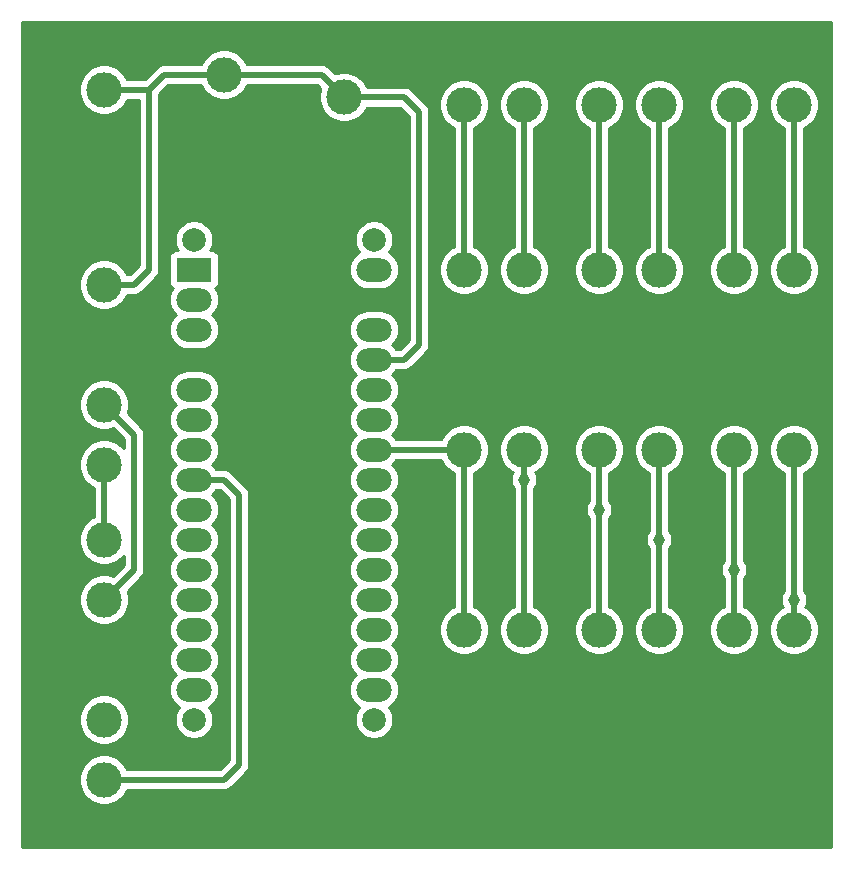
<source format=gbl>
G04 #@! TF.GenerationSoftware,KiCad,Pcbnew,(5.1.4)-1*
G04 #@! TF.CreationDate,2021-08-16T11:20:49+02:00*
G04 #@! TF.ProjectId,lionsled,6c696f6e-736c-4656-942e-6b696361645f,1.0*
G04 #@! TF.SameCoordinates,Original*
G04 #@! TF.FileFunction,Copper,L2,Bot*
G04 #@! TF.FilePolarity,Positive*
%FSLAX46Y46*%
G04 Gerber Fmt 4.6, Leading zero omitted, Abs format (unit mm)*
G04 Created by KiCad (PCBNEW (5.1.4)-1) date 2021-08-16 11:20:49*
%MOMM*%
%LPD*%
G04 APERTURE LIST*
%ADD10C,3.000000*%
%ADD11R,3.000000X3.000000*%
%ADD12R,3.000000X2.000000*%
%ADD13O,3.000000X2.000000*%
%ADD14C,2.000000*%
%ADD15C,1.000000*%
%ADD16C,0.500000*%
%ADD17C,0.254000*%
G04 APERTURE END LIST*
D10*
X95250000Y-62865000D03*
D11*
X95250000Y-66675000D03*
D12*
X82550000Y-77470000D03*
D13*
X97790000Y-110490000D03*
X82550000Y-80010000D03*
X97790000Y-107950000D03*
X82550000Y-82550000D03*
X97790000Y-105410000D03*
X82550000Y-85090000D03*
X97790000Y-102870000D03*
X82550000Y-87630000D03*
X97790000Y-100330000D03*
X82550000Y-90170000D03*
X97790000Y-97790000D03*
X82550000Y-92710000D03*
X97790000Y-95250000D03*
X82550000Y-95250000D03*
X97790000Y-92710000D03*
X82550000Y-97790000D03*
X97790000Y-90170000D03*
X82550000Y-100330000D03*
X97790000Y-87630000D03*
X82550000Y-102870000D03*
X97790000Y-85090000D03*
X82550000Y-105410000D03*
X97790000Y-82550000D03*
X82550000Y-107950000D03*
X97790000Y-80010000D03*
X82550000Y-110490000D03*
X97790000Y-77470000D03*
X82550000Y-113030000D03*
X97790000Y-113030000D03*
D14*
X82550000Y-74930000D03*
X97790000Y-74930000D03*
X97790000Y-115570000D03*
X82550000Y-115570000D03*
D10*
X85090000Y-60960000D03*
X85090000Y-68580000D03*
X74930000Y-100330000D03*
X74930000Y-105410000D03*
X74930000Y-93980000D03*
X74930000Y-88900000D03*
X74930000Y-73660000D03*
X74930000Y-78740000D03*
X74930000Y-67310000D03*
X74930000Y-62230000D03*
X74930000Y-120650000D03*
X74930000Y-115570000D03*
X133350000Y-63500000D03*
X128270000Y-63500000D03*
X116840000Y-63500000D03*
X121920000Y-63500000D03*
X110490000Y-63500000D03*
X105410000Y-63500000D03*
X133350000Y-92710000D03*
X133350000Y-77470000D03*
X128270000Y-77470000D03*
X128270000Y-92710000D03*
X121920000Y-92710000D03*
X121920000Y-77470000D03*
X116840000Y-77470000D03*
X116840000Y-92710000D03*
X110490000Y-92710000D03*
X110490000Y-77470000D03*
X105410000Y-77470000D03*
X105410000Y-92710000D03*
X133350000Y-123190000D03*
X133350000Y-107950000D03*
X128270000Y-107950000D03*
X128270000Y-123190000D03*
X121920000Y-123190000D03*
X121920000Y-107950000D03*
X116840000Y-107950000D03*
X116840000Y-123190000D03*
X110490000Y-107950000D03*
X110490000Y-123190000D03*
X105410000Y-123190000D03*
X105410000Y-107950000D03*
D15*
X133350000Y-105410000D03*
X128270000Y-102870000D03*
X121920000Y-100330000D03*
X116840000Y-97790000D03*
X110490000Y-95250000D03*
D16*
X133350000Y-107950000D02*
X133350000Y-105410000D01*
X133350000Y-105410000D02*
X133350000Y-92710000D01*
X99060000Y-80010000D02*
X97790000Y-80010000D01*
X81280000Y-85090000D02*
X82550000Y-85090000D01*
X128270000Y-107950000D02*
X128270000Y-102870000D01*
X128270000Y-102870000D02*
X128270000Y-92710000D01*
X121920000Y-107950000D02*
X121920000Y-100330000D01*
X121920000Y-100330000D02*
X121920000Y-92710000D01*
X116840000Y-105828680D02*
X116840000Y-97790000D01*
X116840000Y-107950000D02*
X116840000Y-105828680D01*
X116840000Y-97790000D02*
X116840000Y-92710000D01*
X110490000Y-107950000D02*
X110490000Y-95250000D01*
X110490000Y-95250000D02*
X110490000Y-92710000D01*
X74930000Y-120650000D02*
X85090000Y-120650000D01*
X85090000Y-120650000D02*
X86360000Y-119380000D01*
X86360000Y-119380000D02*
X86360000Y-96520000D01*
X85090000Y-95250000D02*
X82550000Y-95250000D01*
X86360000Y-96520000D02*
X85090000Y-95250000D01*
X105410000Y-92710000D02*
X97790000Y-92710000D01*
X105410000Y-107950000D02*
X105410000Y-92710000D01*
X101600000Y-83820000D02*
X100330000Y-85090000D01*
X100330000Y-85090000D02*
X97790000Y-85090000D01*
X74930000Y-78740000D02*
X77470000Y-78740000D01*
X77470000Y-78740000D02*
X78740000Y-77470000D01*
X78740000Y-77470000D02*
X78740000Y-62230000D01*
X74930000Y-62230000D02*
X78740000Y-62230000D01*
X101600000Y-83820000D02*
X101600000Y-64135000D01*
X100330000Y-62865000D02*
X95250000Y-62865000D01*
X101600000Y-64135000D02*
X100330000Y-62865000D01*
X85090000Y-60960000D02*
X80010000Y-60960000D01*
X80010000Y-60960000D02*
X78740000Y-62230000D01*
X93345000Y-60960000D02*
X95250000Y-62865000D01*
X85090000Y-60960000D02*
X93345000Y-60960000D01*
X77470000Y-91440000D02*
X74930000Y-88900000D01*
X74930000Y-105410000D02*
X77470000Y-102870000D01*
X77470000Y-102870000D02*
X77470000Y-91440000D01*
X74930000Y-93980000D02*
X74930000Y-100330000D01*
X133350000Y-63500000D02*
X133350000Y-77470000D01*
X128270000Y-63500000D02*
X128270000Y-77470000D01*
X116840000Y-63500000D02*
X116840000Y-77470000D01*
X121920000Y-63500000D02*
X121920000Y-77470000D01*
X110490000Y-63500000D02*
X110490000Y-77470000D01*
X105410000Y-63500000D02*
X105410000Y-77470000D01*
D17*
G36*
X136500001Y-126340000D02*
G01*
X67970000Y-126340000D01*
X67970000Y-120439721D01*
X72795000Y-120439721D01*
X72795000Y-120860279D01*
X72877047Y-121272756D01*
X73037988Y-121661302D01*
X73271637Y-122010983D01*
X73569017Y-122308363D01*
X73918698Y-122542012D01*
X74307244Y-122702953D01*
X74719721Y-122785000D01*
X75140279Y-122785000D01*
X75552756Y-122702953D01*
X75941302Y-122542012D01*
X76290983Y-122308363D01*
X76588363Y-122010983D01*
X76822012Y-121661302D01*
X76874328Y-121535000D01*
X85046531Y-121535000D01*
X85090000Y-121539281D01*
X85133469Y-121535000D01*
X85133477Y-121535000D01*
X85263490Y-121522195D01*
X85430313Y-121471589D01*
X85584059Y-121389411D01*
X85718817Y-121278817D01*
X85746534Y-121245044D01*
X86955050Y-120036529D01*
X86988817Y-120008817D01*
X87099411Y-119874059D01*
X87181589Y-119720313D01*
X87232195Y-119553490D01*
X87245000Y-119423477D01*
X87245000Y-119423467D01*
X87249281Y-119380001D01*
X87245000Y-119336535D01*
X87245000Y-96563465D01*
X87249281Y-96519999D01*
X87245000Y-96476533D01*
X87245000Y-96476523D01*
X87232195Y-96346510D01*
X87181589Y-96179687D01*
X87099411Y-96025941D01*
X86988817Y-95891183D01*
X86955049Y-95863470D01*
X85746534Y-94654956D01*
X85718817Y-94621183D01*
X85584059Y-94510589D01*
X85430313Y-94428411D01*
X85263490Y-94377805D01*
X85133477Y-94365000D01*
X85133469Y-94365000D01*
X85090000Y-94360719D01*
X85046531Y-94365000D01*
X84430865Y-94365000D01*
X84416031Y-94337248D01*
X84211714Y-94088286D01*
X84079767Y-93980000D01*
X84211714Y-93871714D01*
X84416031Y-93622752D01*
X84567852Y-93338715D01*
X84661343Y-93030516D01*
X84692911Y-92710000D01*
X84661343Y-92389484D01*
X84567852Y-92081285D01*
X84416031Y-91797248D01*
X84211714Y-91548286D01*
X84079767Y-91440000D01*
X84211714Y-91331714D01*
X84416031Y-91082752D01*
X84567852Y-90798715D01*
X84661343Y-90490516D01*
X84692911Y-90170000D01*
X84661343Y-89849484D01*
X84567852Y-89541285D01*
X84416031Y-89257248D01*
X84211714Y-89008286D01*
X84079767Y-88900000D01*
X84211714Y-88791714D01*
X84416031Y-88542752D01*
X84567852Y-88258715D01*
X84661343Y-87950516D01*
X84692911Y-87630000D01*
X84661343Y-87309484D01*
X84567852Y-87001285D01*
X84416031Y-86717248D01*
X84211714Y-86468286D01*
X83962752Y-86263969D01*
X83678715Y-86112148D01*
X83370516Y-86018657D01*
X83130322Y-85995000D01*
X81969678Y-85995000D01*
X81729484Y-86018657D01*
X81421285Y-86112148D01*
X81137248Y-86263969D01*
X80888286Y-86468286D01*
X80683969Y-86717248D01*
X80532148Y-87001285D01*
X80438657Y-87309484D01*
X80407089Y-87630000D01*
X80438657Y-87950516D01*
X80532148Y-88258715D01*
X80683969Y-88542752D01*
X80888286Y-88791714D01*
X81020233Y-88900000D01*
X80888286Y-89008286D01*
X80683969Y-89257248D01*
X80532148Y-89541285D01*
X80438657Y-89849484D01*
X80407089Y-90170000D01*
X80438657Y-90490516D01*
X80532148Y-90798715D01*
X80683969Y-91082752D01*
X80888286Y-91331714D01*
X81020233Y-91440000D01*
X80888286Y-91548286D01*
X80683969Y-91797248D01*
X80532148Y-92081285D01*
X80438657Y-92389484D01*
X80407089Y-92710000D01*
X80438657Y-93030516D01*
X80532148Y-93338715D01*
X80683969Y-93622752D01*
X80888286Y-93871714D01*
X81020233Y-93980000D01*
X80888286Y-94088286D01*
X80683969Y-94337248D01*
X80532148Y-94621285D01*
X80438657Y-94929484D01*
X80407089Y-95250000D01*
X80438657Y-95570516D01*
X80532148Y-95878715D01*
X80683969Y-96162752D01*
X80888286Y-96411714D01*
X81020233Y-96520000D01*
X80888286Y-96628286D01*
X80683969Y-96877248D01*
X80532148Y-97161285D01*
X80438657Y-97469484D01*
X80407089Y-97790000D01*
X80438657Y-98110516D01*
X80532148Y-98418715D01*
X80683969Y-98702752D01*
X80888286Y-98951714D01*
X81020233Y-99060000D01*
X80888286Y-99168286D01*
X80683969Y-99417248D01*
X80532148Y-99701285D01*
X80438657Y-100009484D01*
X80407089Y-100330000D01*
X80438657Y-100650516D01*
X80532148Y-100958715D01*
X80683969Y-101242752D01*
X80888286Y-101491714D01*
X81020233Y-101600000D01*
X80888286Y-101708286D01*
X80683969Y-101957248D01*
X80532148Y-102241285D01*
X80438657Y-102549484D01*
X80407089Y-102870000D01*
X80438657Y-103190516D01*
X80532148Y-103498715D01*
X80683969Y-103782752D01*
X80888286Y-104031714D01*
X81020233Y-104140000D01*
X80888286Y-104248286D01*
X80683969Y-104497248D01*
X80532148Y-104781285D01*
X80438657Y-105089484D01*
X80407089Y-105410000D01*
X80438657Y-105730516D01*
X80532148Y-106038715D01*
X80683969Y-106322752D01*
X80888286Y-106571714D01*
X81020233Y-106680000D01*
X80888286Y-106788286D01*
X80683969Y-107037248D01*
X80532148Y-107321285D01*
X80438657Y-107629484D01*
X80407089Y-107950000D01*
X80438657Y-108270516D01*
X80532148Y-108578715D01*
X80683969Y-108862752D01*
X80888286Y-109111714D01*
X81020233Y-109220000D01*
X80888286Y-109328286D01*
X80683969Y-109577248D01*
X80532148Y-109861285D01*
X80438657Y-110169484D01*
X80407089Y-110490000D01*
X80438657Y-110810516D01*
X80532148Y-111118715D01*
X80683969Y-111402752D01*
X80888286Y-111651714D01*
X81020233Y-111760000D01*
X80888286Y-111868286D01*
X80683969Y-112117248D01*
X80532148Y-112401285D01*
X80438657Y-112709484D01*
X80407089Y-113030000D01*
X80438657Y-113350516D01*
X80532148Y-113658715D01*
X80683969Y-113942752D01*
X80888286Y-114191714D01*
X81137248Y-114396031D01*
X81316121Y-114491640D01*
X81280013Y-114527748D01*
X81101082Y-114795537D01*
X80977832Y-115093088D01*
X80915000Y-115408967D01*
X80915000Y-115731033D01*
X80977832Y-116046912D01*
X81101082Y-116344463D01*
X81280013Y-116612252D01*
X81507748Y-116839987D01*
X81775537Y-117018918D01*
X82073088Y-117142168D01*
X82388967Y-117205000D01*
X82711033Y-117205000D01*
X83026912Y-117142168D01*
X83324463Y-117018918D01*
X83592252Y-116839987D01*
X83819987Y-116612252D01*
X83998918Y-116344463D01*
X84122168Y-116046912D01*
X84185000Y-115731033D01*
X84185000Y-115408967D01*
X84122168Y-115093088D01*
X83998918Y-114795537D01*
X83819987Y-114527748D01*
X83783879Y-114491640D01*
X83962752Y-114396031D01*
X84211714Y-114191714D01*
X84416031Y-113942752D01*
X84567852Y-113658715D01*
X84661343Y-113350516D01*
X84692911Y-113030000D01*
X84661343Y-112709484D01*
X84567852Y-112401285D01*
X84416031Y-112117248D01*
X84211714Y-111868286D01*
X84079767Y-111760000D01*
X84211714Y-111651714D01*
X84416031Y-111402752D01*
X84567852Y-111118715D01*
X84661343Y-110810516D01*
X84692911Y-110490000D01*
X84661343Y-110169484D01*
X84567852Y-109861285D01*
X84416031Y-109577248D01*
X84211714Y-109328286D01*
X84079767Y-109220000D01*
X84211714Y-109111714D01*
X84416031Y-108862752D01*
X84567852Y-108578715D01*
X84661343Y-108270516D01*
X84692911Y-107950000D01*
X84661343Y-107629484D01*
X84567852Y-107321285D01*
X84416031Y-107037248D01*
X84211714Y-106788286D01*
X84079767Y-106680000D01*
X84211714Y-106571714D01*
X84416031Y-106322752D01*
X84567852Y-106038715D01*
X84661343Y-105730516D01*
X84692911Y-105410000D01*
X84661343Y-105089484D01*
X84567852Y-104781285D01*
X84416031Y-104497248D01*
X84211714Y-104248286D01*
X84079767Y-104140000D01*
X84211714Y-104031714D01*
X84416031Y-103782752D01*
X84567852Y-103498715D01*
X84661343Y-103190516D01*
X84692911Y-102870000D01*
X84661343Y-102549484D01*
X84567852Y-102241285D01*
X84416031Y-101957248D01*
X84211714Y-101708286D01*
X84079767Y-101600000D01*
X84211714Y-101491714D01*
X84416031Y-101242752D01*
X84567852Y-100958715D01*
X84661343Y-100650516D01*
X84692911Y-100330000D01*
X84661343Y-100009484D01*
X84567852Y-99701285D01*
X84416031Y-99417248D01*
X84211714Y-99168286D01*
X84079767Y-99060000D01*
X84211714Y-98951714D01*
X84416031Y-98702752D01*
X84567852Y-98418715D01*
X84661343Y-98110516D01*
X84692911Y-97790000D01*
X84661343Y-97469484D01*
X84567852Y-97161285D01*
X84416031Y-96877248D01*
X84211714Y-96628286D01*
X84079767Y-96520000D01*
X84211714Y-96411714D01*
X84416031Y-96162752D01*
X84430865Y-96135000D01*
X84723422Y-96135000D01*
X85475001Y-96886580D01*
X85475000Y-119013421D01*
X84723422Y-119765000D01*
X76874328Y-119765000D01*
X76822012Y-119638698D01*
X76588363Y-119289017D01*
X76290983Y-118991637D01*
X75941302Y-118757988D01*
X75552756Y-118597047D01*
X75140279Y-118515000D01*
X74719721Y-118515000D01*
X74307244Y-118597047D01*
X73918698Y-118757988D01*
X73569017Y-118991637D01*
X73271637Y-119289017D01*
X73037988Y-119638698D01*
X72877047Y-120027244D01*
X72795000Y-120439721D01*
X67970000Y-120439721D01*
X67970000Y-115359721D01*
X72795000Y-115359721D01*
X72795000Y-115780279D01*
X72877047Y-116192756D01*
X73037988Y-116581302D01*
X73271637Y-116930983D01*
X73569017Y-117228363D01*
X73918698Y-117462012D01*
X74307244Y-117622953D01*
X74719721Y-117705000D01*
X75140279Y-117705000D01*
X75552756Y-117622953D01*
X75941302Y-117462012D01*
X76290983Y-117228363D01*
X76588363Y-116930983D01*
X76822012Y-116581302D01*
X76982953Y-116192756D01*
X77065000Y-115780279D01*
X77065000Y-115359721D01*
X76982953Y-114947244D01*
X76822012Y-114558698D01*
X76588363Y-114209017D01*
X76290983Y-113911637D01*
X75941302Y-113677988D01*
X75552756Y-113517047D01*
X75140279Y-113435000D01*
X74719721Y-113435000D01*
X74307244Y-113517047D01*
X73918698Y-113677988D01*
X73569017Y-113911637D01*
X73271637Y-114209017D01*
X73037988Y-114558698D01*
X72877047Y-114947244D01*
X72795000Y-115359721D01*
X67970000Y-115359721D01*
X67970000Y-88689721D01*
X72795000Y-88689721D01*
X72795000Y-89110279D01*
X72877047Y-89522756D01*
X73037988Y-89911302D01*
X73271637Y-90260983D01*
X73569017Y-90558363D01*
X73918698Y-90792012D01*
X74307244Y-90952953D01*
X74719721Y-91035000D01*
X75140279Y-91035000D01*
X75552756Y-90952953D01*
X75679058Y-90900637D01*
X76585001Y-91806580D01*
X76585001Y-92615655D01*
X76290983Y-92321637D01*
X75941302Y-92087988D01*
X75552756Y-91927047D01*
X75140279Y-91845000D01*
X74719721Y-91845000D01*
X74307244Y-91927047D01*
X73918698Y-92087988D01*
X73569017Y-92321637D01*
X73271637Y-92619017D01*
X73037988Y-92968698D01*
X72877047Y-93357244D01*
X72795000Y-93769721D01*
X72795000Y-94190279D01*
X72877047Y-94602756D01*
X73037988Y-94991302D01*
X73271637Y-95340983D01*
X73569017Y-95638363D01*
X73918698Y-95872012D01*
X74045000Y-95924328D01*
X74045001Y-98385672D01*
X73918698Y-98437988D01*
X73569017Y-98671637D01*
X73271637Y-98969017D01*
X73037988Y-99318698D01*
X72877047Y-99707244D01*
X72795000Y-100119721D01*
X72795000Y-100540279D01*
X72877047Y-100952756D01*
X73037988Y-101341302D01*
X73271637Y-101690983D01*
X73569017Y-101988363D01*
X73918698Y-102222012D01*
X74307244Y-102382953D01*
X74719721Y-102465000D01*
X75140279Y-102465000D01*
X75552756Y-102382953D01*
X75941302Y-102222012D01*
X76290983Y-101988363D01*
X76585000Y-101694346D01*
X76585000Y-102503421D01*
X75679058Y-103409363D01*
X75552756Y-103357047D01*
X75140279Y-103275000D01*
X74719721Y-103275000D01*
X74307244Y-103357047D01*
X73918698Y-103517988D01*
X73569017Y-103751637D01*
X73271637Y-104049017D01*
X73037988Y-104398698D01*
X72877047Y-104787244D01*
X72795000Y-105199721D01*
X72795000Y-105620279D01*
X72877047Y-106032756D01*
X73037988Y-106421302D01*
X73271637Y-106770983D01*
X73569017Y-107068363D01*
X73918698Y-107302012D01*
X74307244Y-107462953D01*
X74719721Y-107545000D01*
X75140279Y-107545000D01*
X75552756Y-107462953D01*
X75941302Y-107302012D01*
X76290983Y-107068363D01*
X76588363Y-106770983D01*
X76822012Y-106421302D01*
X76982953Y-106032756D01*
X77065000Y-105620279D01*
X77065000Y-105199721D01*
X76982953Y-104787244D01*
X76930637Y-104660942D01*
X78065050Y-103526529D01*
X78098817Y-103498817D01*
X78209411Y-103364059D01*
X78291589Y-103210313D01*
X78342195Y-103043490D01*
X78355000Y-102913477D01*
X78355000Y-102913467D01*
X78359281Y-102870001D01*
X78355000Y-102826535D01*
X78355000Y-91483465D01*
X78359281Y-91439999D01*
X78355000Y-91396533D01*
X78355000Y-91396523D01*
X78342195Y-91266510D01*
X78291589Y-91099687D01*
X78209411Y-90945941D01*
X78098817Y-90811183D01*
X78065049Y-90783470D01*
X76930637Y-89649058D01*
X76982953Y-89522756D01*
X77065000Y-89110279D01*
X77065000Y-88689721D01*
X76982953Y-88277244D01*
X76822012Y-87888698D01*
X76588363Y-87539017D01*
X76290983Y-87241637D01*
X75941302Y-87007988D01*
X75552756Y-86847047D01*
X75140279Y-86765000D01*
X74719721Y-86765000D01*
X74307244Y-86847047D01*
X73918698Y-87007988D01*
X73569017Y-87241637D01*
X73271637Y-87539017D01*
X73037988Y-87888698D01*
X72877047Y-88277244D01*
X72795000Y-88689721D01*
X67970000Y-88689721D01*
X67970000Y-62019721D01*
X72795000Y-62019721D01*
X72795000Y-62440279D01*
X72877047Y-62852756D01*
X73037988Y-63241302D01*
X73271637Y-63590983D01*
X73569017Y-63888363D01*
X73918698Y-64122012D01*
X74307244Y-64282953D01*
X74719721Y-64365000D01*
X75140279Y-64365000D01*
X75552756Y-64282953D01*
X75941302Y-64122012D01*
X76290983Y-63888363D01*
X76588363Y-63590983D01*
X76822012Y-63241302D01*
X76874328Y-63115000D01*
X77855001Y-63115000D01*
X77855000Y-77103421D01*
X77103422Y-77855000D01*
X76874328Y-77855000D01*
X76822012Y-77728698D01*
X76588363Y-77379017D01*
X76290983Y-77081637D01*
X75941302Y-76847988D01*
X75552756Y-76687047D01*
X75140279Y-76605000D01*
X74719721Y-76605000D01*
X74307244Y-76687047D01*
X73918698Y-76847988D01*
X73569017Y-77081637D01*
X73271637Y-77379017D01*
X73037988Y-77728698D01*
X72877047Y-78117244D01*
X72795000Y-78529721D01*
X72795000Y-78950279D01*
X72877047Y-79362756D01*
X73037988Y-79751302D01*
X73271637Y-80100983D01*
X73569017Y-80398363D01*
X73918698Y-80632012D01*
X74307244Y-80792953D01*
X74719721Y-80875000D01*
X75140279Y-80875000D01*
X75552756Y-80792953D01*
X75941302Y-80632012D01*
X76290983Y-80398363D01*
X76588363Y-80100983D01*
X76649155Y-80010000D01*
X80407089Y-80010000D01*
X80438657Y-80330516D01*
X80532148Y-80638715D01*
X80683969Y-80922752D01*
X80888286Y-81171714D01*
X81020233Y-81280000D01*
X80888286Y-81388286D01*
X80683969Y-81637248D01*
X80532148Y-81921285D01*
X80438657Y-82229484D01*
X80407089Y-82550000D01*
X80438657Y-82870516D01*
X80532148Y-83178715D01*
X80683969Y-83462752D01*
X80888286Y-83711714D01*
X81137248Y-83916031D01*
X81421285Y-84067852D01*
X81729484Y-84161343D01*
X81969678Y-84185000D01*
X83130322Y-84185000D01*
X83370516Y-84161343D01*
X83678715Y-84067852D01*
X83962752Y-83916031D01*
X84211714Y-83711714D01*
X84416031Y-83462752D01*
X84567852Y-83178715D01*
X84661343Y-82870516D01*
X84692911Y-82550000D01*
X84661343Y-82229484D01*
X84567852Y-81921285D01*
X84416031Y-81637248D01*
X84211714Y-81388286D01*
X84079767Y-81280000D01*
X84211714Y-81171714D01*
X84416031Y-80922752D01*
X84567852Y-80638715D01*
X84661343Y-80330516D01*
X84692911Y-80010000D01*
X84661343Y-79689484D01*
X84567852Y-79381285D01*
X84416031Y-79097248D01*
X84357345Y-79025739D01*
X84404494Y-79000537D01*
X84501185Y-78921185D01*
X84580537Y-78824494D01*
X84639502Y-78714180D01*
X84675812Y-78594482D01*
X84688072Y-78470000D01*
X84688072Y-77470000D01*
X95647089Y-77470000D01*
X95678657Y-77790516D01*
X95772148Y-78098715D01*
X95923969Y-78382752D01*
X96128286Y-78631714D01*
X96377248Y-78836031D01*
X96661285Y-78987852D01*
X96969484Y-79081343D01*
X97209678Y-79105000D01*
X98370322Y-79105000D01*
X98610516Y-79081343D01*
X98918715Y-78987852D01*
X99202752Y-78836031D01*
X99451714Y-78631714D01*
X99656031Y-78382752D01*
X99807852Y-78098715D01*
X99901343Y-77790516D01*
X99932911Y-77470000D01*
X99901343Y-77149484D01*
X99807852Y-76841285D01*
X99656031Y-76557248D01*
X99451714Y-76308286D01*
X99202752Y-76103969D01*
X99023879Y-76008360D01*
X99059987Y-75972252D01*
X99238918Y-75704463D01*
X99362168Y-75406912D01*
X99425000Y-75091033D01*
X99425000Y-74768967D01*
X99362168Y-74453088D01*
X99238918Y-74155537D01*
X99059987Y-73887748D01*
X98832252Y-73660013D01*
X98564463Y-73481082D01*
X98266912Y-73357832D01*
X97951033Y-73295000D01*
X97628967Y-73295000D01*
X97313088Y-73357832D01*
X97015537Y-73481082D01*
X96747748Y-73660013D01*
X96520013Y-73887748D01*
X96341082Y-74155537D01*
X96217832Y-74453088D01*
X96155000Y-74768967D01*
X96155000Y-75091033D01*
X96217832Y-75406912D01*
X96341082Y-75704463D01*
X96520013Y-75972252D01*
X96556121Y-76008360D01*
X96377248Y-76103969D01*
X96128286Y-76308286D01*
X95923969Y-76557248D01*
X95772148Y-76841285D01*
X95678657Y-77149484D01*
X95647089Y-77470000D01*
X84688072Y-77470000D01*
X84688072Y-76470000D01*
X84675812Y-76345518D01*
X84639502Y-76225820D01*
X84580537Y-76115506D01*
X84501185Y-76018815D01*
X84404494Y-75939463D01*
X84294180Y-75880498D01*
X84174482Y-75844188D01*
X84050000Y-75831928D01*
X83913749Y-75831928D01*
X83998918Y-75704463D01*
X84122168Y-75406912D01*
X84185000Y-75091033D01*
X84185000Y-74768967D01*
X84122168Y-74453088D01*
X83998918Y-74155537D01*
X83819987Y-73887748D01*
X83592252Y-73660013D01*
X83324463Y-73481082D01*
X83026912Y-73357832D01*
X82711033Y-73295000D01*
X82388967Y-73295000D01*
X82073088Y-73357832D01*
X81775537Y-73481082D01*
X81507748Y-73660013D01*
X81280013Y-73887748D01*
X81101082Y-74155537D01*
X80977832Y-74453088D01*
X80915000Y-74768967D01*
X80915000Y-75091033D01*
X80977832Y-75406912D01*
X81101082Y-75704463D01*
X81186251Y-75831928D01*
X81050000Y-75831928D01*
X80925518Y-75844188D01*
X80805820Y-75880498D01*
X80695506Y-75939463D01*
X80598815Y-76018815D01*
X80519463Y-76115506D01*
X80460498Y-76225820D01*
X80424188Y-76345518D01*
X80411928Y-76470000D01*
X80411928Y-78470000D01*
X80424188Y-78594482D01*
X80460498Y-78714180D01*
X80519463Y-78824494D01*
X80598815Y-78921185D01*
X80695506Y-79000537D01*
X80742655Y-79025739D01*
X80683969Y-79097248D01*
X80532148Y-79381285D01*
X80438657Y-79689484D01*
X80407089Y-80010000D01*
X76649155Y-80010000D01*
X76822012Y-79751302D01*
X76874328Y-79625000D01*
X77426531Y-79625000D01*
X77470000Y-79629281D01*
X77513469Y-79625000D01*
X77513477Y-79625000D01*
X77643490Y-79612195D01*
X77810313Y-79561589D01*
X77964059Y-79479411D01*
X78098817Y-79368817D01*
X78126534Y-79335044D01*
X79335050Y-78126529D01*
X79368817Y-78098817D01*
X79479411Y-77964059D01*
X79561589Y-77810313D01*
X79612195Y-77643490D01*
X79625000Y-77513477D01*
X79625000Y-77513467D01*
X79629281Y-77470001D01*
X79625000Y-77426535D01*
X79625000Y-62596578D01*
X80376579Y-61845000D01*
X83145672Y-61845000D01*
X83197988Y-61971302D01*
X83431637Y-62320983D01*
X83729017Y-62618363D01*
X84078698Y-62852012D01*
X84467244Y-63012953D01*
X84879721Y-63095000D01*
X85300279Y-63095000D01*
X85712756Y-63012953D01*
X86101302Y-62852012D01*
X86450983Y-62618363D01*
X86748363Y-62320983D01*
X86982012Y-61971302D01*
X87034328Y-61845000D01*
X92978422Y-61845000D01*
X93249363Y-62115941D01*
X93197047Y-62242244D01*
X93115000Y-62654721D01*
X93115000Y-63075279D01*
X93197047Y-63487756D01*
X93357988Y-63876302D01*
X93591637Y-64225983D01*
X93889017Y-64523363D01*
X94238698Y-64757012D01*
X94627244Y-64917953D01*
X95039721Y-65000000D01*
X95460279Y-65000000D01*
X95872756Y-64917953D01*
X96261302Y-64757012D01*
X96610983Y-64523363D01*
X96908363Y-64225983D01*
X97142012Y-63876302D01*
X97194328Y-63750000D01*
X99963422Y-63750000D01*
X100715001Y-64501580D01*
X100715000Y-83453421D01*
X99963422Y-84205000D01*
X99670865Y-84205000D01*
X99656031Y-84177248D01*
X99451714Y-83928286D01*
X99319767Y-83820000D01*
X99451714Y-83711714D01*
X99656031Y-83462752D01*
X99807852Y-83178715D01*
X99901343Y-82870516D01*
X99932911Y-82550000D01*
X99901343Y-82229484D01*
X99807852Y-81921285D01*
X99656031Y-81637248D01*
X99451714Y-81388286D01*
X99202752Y-81183969D01*
X98918715Y-81032148D01*
X98610516Y-80938657D01*
X98370322Y-80915000D01*
X97209678Y-80915000D01*
X96969484Y-80938657D01*
X96661285Y-81032148D01*
X96377248Y-81183969D01*
X96128286Y-81388286D01*
X95923969Y-81637248D01*
X95772148Y-81921285D01*
X95678657Y-82229484D01*
X95647089Y-82550000D01*
X95678657Y-82870516D01*
X95772148Y-83178715D01*
X95923969Y-83462752D01*
X96128286Y-83711714D01*
X96260233Y-83820000D01*
X96128286Y-83928286D01*
X95923969Y-84177248D01*
X95772148Y-84461285D01*
X95678657Y-84769484D01*
X95647089Y-85090000D01*
X95678657Y-85410516D01*
X95772148Y-85718715D01*
X95923969Y-86002752D01*
X96128286Y-86251714D01*
X96260233Y-86360000D01*
X96128286Y-86468286D01*
X95923969Y-86717248D01*
X95772148Y-87001285D01*
X95678657Y-87309484D01*
X95647089Y-87630000D01*
X95678657Y-87950516D01*
X95772148Y-88258715D01*
X95923969Y-88542752D01*
X96128286Y-88791714D01*
X96260233Y-88900000D01*
X96128286Y-89008286D01*
X95923969Y-89257248D01*
X95772148Y-89541285D01*
X95678657Y-89849484D01*
X95647089Y-90170000D01*
X95678657Y-90490516D01*
X95772148Y-90798715D01*
X95923969Y-91082752D01*
X96128286Y-91331714D01*
X96260233Y-91440000D01*
X96128286Y-91548286D01*
X95923969Y-91797248D01*
X95772148Y-92081285D01*
X95678657Y-92389484D01*
X95647089Y-92710000D01*
X95678657Y-93030516D01*
X95772148Y-93338715D01*
X95923969Y-93622752D01*
X96128286Y-93871714D01*
X96260233Y-93980000D01*
X96128286Y-94088286D01*
X95923969Y-94337248D01*
X95772148Y-94621285D01*
X95678657Y-94929484D01*
X95647089Y-95250000D01*
X95678657Y-95570516D01*
X95772148Y-95878715D01*
X95923969Y-96162752D01*
X96128286Y-96411714D01*
X96260233Y-96520000D01*
X96128286Y-96628286D01*
X95923969Y-96877248D01*
X95772148Y-97161285D01*
X95678657Y-97469484D01*
X95647089Y-97790000D01*
X95678657Y-98110516D01*
X95772148Y-98418715D01*
X95923969Y-98702752D01*
X96128286Y-98951714D01*
X96260233Y-99060000D01*
X96128286Y-99168286D01*
X95923969Y-99417248D01*
X95772148Y-99701285D01*
X95678657Y-100009484D01*
X95647089Y-100330000D01*
X95678657Y-100650516D01*
X95772148Y-100958715D01*
X95923969Y-101242752D01*
X96128286Y-101491714D01*
X96260233Y-101600000D01*
X96128286Y-101708286D01*
X95923969Y-101957248D01*
X95772148Y-102241285D01*
X95678657Y-102549484D01*
X95647089Y-102870000D01*
X95678657Y-103190516D01*
X95772148Y-103498715D01*
X95923969Y-103782752D01*
X96128286Y-104031714D01*
X96260233Y-104140000D01*
X96128286Y-104248286D01*
X95923969Y-104497248D01*
X95772148Y-104781285D01*
X95678657Y-105089484D01*
X95647089Y-105410000D01*
X95678657Y-105730516D01*
X95772148Y-106038715D01*
X95923969Y-106322752D01*
X96128286Y-106571714D01*
X96260233Y-106680000D01*
X96128286Y-106788286D01*
X95923969Y-107037248D01*
X95772148Y-107321285D01*
X95678657Y-107629484D01*
X95647089Y-107950000D01*
X95678657Y-108270516D01*
X95772148Y-108578715D01*
X95923969Y-108862752D01*
X96128286Y-109111714D01*
X96260233Y-109220000D01*
X96128286Y-109328286D01*
X95923969Y-109577248D01*
X95772148Y-109861285D01*
X95678657Y-110169484D01*
X95647089Y-110490000D01*
X95678657Y-110810516D01*
X95772148Y-111118715D01*
X95923969Y-111402752D01*
X96128286Y-111651714D01*
X96260233Y-111760000D01*
X96128286Y-111868286D01*
X95923969Y-112117248D01*
X95772148Y-112401285D01*
X95678657Y-112709484D01*
X95647089Y-113030000D01*
X95678657Y-113350516D01*
X95772148Y-113658715D01*
X95923969Y-113942752D01*
X96128286Y-114191714D01*
X96377248Y-114396031D01*
X96556121Y-114491640D01*
X96520013Y-114527748D01*
X96341082Y-114795537D01*
X96217832Y-115093088D01*
X96155000Y-115408967D01*
X96155000Y-115731033D01*
X96217832Y-116046912D01*
X96341082Y-116344463D01*
X96520013Y-116612252D01*
X96747748Y-116839987D01*
X97015537Y-117018918D01*
X97313088Y-117142168D01*
X97628967Y-117205000D01*
X97951033Y-117205000D01*
X98266912Y-117142168D01*
X98564463Y-117018918D01*
X98832252Y-116839987D01*
X99059987Y-116612252D01*
X99238918Y-116344463D01*
X99362168Y-116046912D01*
X99425000Y-115731033D01*
X99425000Y-115408967D01*
X99362168Y-115093088D01*
X99238918Y-114795537D01*
X99059987Y-114527748D01*
X99023879Y-114491640D01*
X99202752Y-114396031D01*
X99451714Y-114191714D01*
X99656031Y-113942752D01*
X99807852Y-113658715D01*
X99901343Y-113350516D01*
X99932911Y-113030000D01*
X99901343Y-112709484D01*
X99807852Y-112401285D01*
X99656031Y-112117248D01*
X99451714Y-111868286D01*
X99319767Y-111760000D01*
X99451714Y-111651714D01*
X99656031Y-111402752D01*
X99807852Y-111118715D01*
X99901343Y-110810516D01*
X99932911Y-110490000D01*
X99901343Y-110169484D01*
X99807852Y-109861285D01*
X99656031Y-109577248D01*
X99451714Y-109328286D01*
X99319767Y-109220000D01*
X99451714Y-109111714D01*
X99656031Y-108862752D01*
X99807852Y-108578715D01*
X99901343Y-108270516D01*
X99932911Y-107950000D01*
X99901343Y-107629484D01*
X99807852Y-107321285D01*
X99656031Y-107037248D01*
X99451714Y-106788286D01*
X99319767Y-106680000D01*
X99451714Y-106571714D01*
X99656031Y-106322752D01*
X99807852Y-106038715D01*
X99901343Y-105730516D01*
X99932911Y-105410000D01*
X99901343Y-105089484D01*
X99807852Y-104781285D01*
X99656031Y-104497248D01*
X99451714Y-104248286D01*
X99319767Y-104140000D01*
X99451714Y-104031714D01*
X99656031Y-103782752D01*
X99807852Y-103498715D01*
X99901343Y-103190516D01*
X99932911Y-102870000D01*
X99901343Y-102549484D01*
X99807852Y-102241285D01*
X99656031Y-101957248D01*
X99451714Y-101708286D01*
X99319767Y-101600000D01*
X99451714Y-101491714D01*
X99656031Y-101242752D01*
X99807852Y-100958715D01*
X99901343Y-100650516D01*
X99932911Y-100330000D01*
X99901343Y-100009484D01*
X99807852Y-99701285D01*
X99656031Y-99417248D01*
X99451714Y-99168286D01*
X99319767Y-99060000D01*
X99451714Y-98951714D01*
X99656031Y-98702752D01*
X99807852Y-98418715D01*
X99901343Y-98110516D01*
X99932911Y-97790000D01*
X99901343Y-97469484D01*
X99807852Y-97161285D01*
X99656031Y-96877248D01*
X99451714Y-96628286D01*
X99319767Y-96520000D01*
X99451714Y-96411714D01*
X99656031Y-96162752D01*
X99807852Y-95878715D01*
X99901343Y-95570516D01*
X99932911Y-95250000D01*
X99901343Y-94929484D01*
X99807852Y-94621285D01*
X99656031Y-94337248D01*
X99451714Y-94088286D01*
X99319767Y-93980000D01*
X99451714Y-93871714D01*
X99656031Y-93622752D01*
X99670865Y-93595000D01*
X103465672Y-93595000D01*
X103517988Y-93721302D01*
X103751637Y-94070983D01*
X104049017Y-94368363D01*
X104398698Y-94602012D01*
X104525001Y-94654328D01*
X104525000Y-106005672D01*
X104398698Y-106057988D01*
X104049017Y-106291637D01*
X103751637Y-106589017D01*
X103517988Y-106938698D01*
X103357047Y-107327244D01*
X103275000Y-107739721D01*
X103275000Y-108160279D01*
X103357047Y-108572756D01*
X103517988Y-108961302D01*
X103751637Y-109310983D01*
X104049017Y-109608363D01*
X104398698Y-109842012D01*
X104787244Y-110002953D01*
X105199721Y-110085000D01*
X105620279Y-110085000D01*
X106032756Y-110002953D01*
X106421302Y-109842012D01*
X106770983Y-109608363D01*
X107068363Y-109310983D01*
X107302012Y-108961302D01*
X107462953Y-108572756D01*
X107545000Y-108160279D01*
X107545000Y-107739721D01*
X107462953Y-107327244D01*
X107302012Y-106938698D01*
X107068363Y-106589017D01*
X106770983Y-106291637D01*
X106421302Y-106057988D01*
X106295000Y-106005672D01*
X106295000Y-94654328D01*
X106421302Y-94602012D01*
X106770983Y-94368363D01*
X107068363Y-94070983D01*
X107302012Y-93721302D01*
X107462953Y-93332756D01*
X107545000Y-92920279D01*
X107545000Y-92499721D01*
X108355000Y-92499721D01*
X108355000Y-92920279D01*
X108437047Y-93332756D01*
X108597988Y-93721302D01*
X108831637Y-94070983D01*
X109129017Y-94368363D01*
X109478698Y-94602012D01*
X109540746Y-94627713D01*
X109484176Y-94712376D01*
X109398617Y-94918933D01*
X109355000Y-95138212D01*
X109355000Y-95361788D01*
X109398617Y-95581067D01*
X109484176Y-95787624D01*
X109605001Y-95968451D01*
X109605000Y-106005672D01*
X109478698Y-106057988D01*
X109129017Y-106291637D01*
X108831637Y-106589017D01*
X108597988Y-106938698D01*
X108437047Y-107327244D01*
X108355000Y-107739721D01*
X108355000Y-108160279D01*
X108437047Y-108572756D01*
X108597988Y-108961302D01*
X108831637Y-109310983D01*
X109129017Y-109608363D01*
X109478698Y-109842012D01*
X109867244Y-110002953D01*
X110279721Y-110085000D01*
X110700279Y-110085000D01*
X111112756Y-110002953D01*
X111501302Y-109842012D01*
X111850983Y-109608363D01*
X112148363Y-109310983D01*
X112382012Y-108961302D01*
X112542953Y-108572756D01*
X112625000Y-108160279D01*
X112625000Y-107739721D01*
X112542953Y-107327244D01*
X112382012Y-106938698D01*
X112148363Y-106589017D01*
X111850983Y-106291637D01*
X111501302Y-106057988D01*
X111375000Y-106005672D01*
X111375000Y-95968450D01*
X111495824Y-95787624D01*
X111581383Y-95581067D01*
X111625000Y-95361788D01*
X111625000Y-95138212D01*
X111581383Y-94918933D01*
X111495824Y-94712376D01*
X111439254Y-94627713D01*
X111501302Y-94602012D01*
X111850983Y-94368363D01*
X112148363Y-94070983D01*
X112382012Y-93721302D01*
X112542953Y-93332756D01*
X112625000Y-92920279D01*
X112625000Y-92499721D01*
X114705000Y-92499721D01*
X114705000Y-92920279D01*
X114787047Y-93332756D01*
X114947988Y-93721302D01*
X115181637Y-94070983D01*
X115479017Y-94368363D01*
X115828698Y-94602012D01*
X115955001Y-94654328D01*
X115955000Y-97071550D01*
X115834176Y-97252376D01*
X115748617Y-97458933D01*
X115705000Y-97678212D01*
X115705000Y-97901788D01*
X115748617Y-98121067D01*
X115834176Y-98327624D01*
X115955001Y-98508451D01*
X115955000Y-105872156D01*
X115955001Y-105872166D01*
X115955001Y-106005672D01*
X115828698Y-106057988D01*
X115479017Y-106291637D01*
X115181637Y-106589017D01*
X114947988Y-106938698D01*
X114787047Y-107327244D01*
X114705000Y-107739721D01*
X114705000Y-108160279D01*
X114787047Y-108572756D01*
X114947988Y-108961302D01*
X115181637Y-109310983D01*
X115479017Y-109608363D01*
X115828698Y-109842012D01*
X116217244Y-110002953D01*
X116629721Y-110085000D01*
X117050279Y-110085000D01*
X117462756Y-110002953D01*
X117851302Y-109842012D01*
X118200983Y-109608363D01*
X118498363Y-109310983D01*
X118732012Y-108961302D01*
X118892953Y-108572756D01*
X118975000Y-108160279D01*
X118975000Y-107739721D01*
X118892953Y-107327244D01*
X118732012Y-106938698D01*
X118498363Y-106589017D01*
X118200983Y-106291637D01*
X117851302Y-106057988D01*
X117725000Y-106005672D01*
X117725000Y-98508450D01*
X117845824Y-98327624D01*
X117931383Y-98121067D01*
X117975000Y-97901788D01*
X117975000Y-97678212D01*
X117931383Y-97458933D01*
X117845824Y-97252376D01*
X117725000Y-97071550D01*
X117725000Y-94654328D01*
X117851302Y-94602012D01*
X118200983Y-94368363D01*
X118498363Y-94070983D01*
X118732012Y-93721302D01*
X118892953Y-93332756D01*
X118975000Y-92920279D01*
X118975000Y-92499721D01*
X119785000Y-92499721D01*
X119785000Y-92920279D01*
X119867047Y-93332756D01*
X120027988Y-93721302D01*
X120261637Y-94070983D01*
X120559017Y-94368363D01*
X120908698Y-94602012D01*
X121035001Y-94654328D01*
X121035000Y-99611550D01*
X120914176Y-99792376D01*
X120828617Y-99998933D01*
X120785000Y-100218212D01*
X120785000Y-100441788D01*
X120828617Y-100661067D01*
X120914176Y-100867624D01*
X121035001Y-101048451D01*
X121035000Y-106005672D01*
X120908698Y-106057988D01*
X120559017Y-106291637D01*
X120261637Y-106589017D01*
X120027988Y-106938698D01*
X119867047Y-107327244D01*
X119785000Y-107739721D01*
X119785000Y-108160279D01*
X119867047Y-108572756D01*
X120027988Y-108961302D01*
X120261637Y-109310983D01*
X120559017Y-109608363D01*
X120908698Y-109842012D01*
X121297244Y-110002953D01*
X121709721Y-110085000D01*
X122130279Y-110085000D01*
X122542756Y-110002953D01*
X122931302Y-109842012D01*
X123280983Y-109608363D01*
X123578363Y-109310983D01*
X123812012Y-108961302D01*
X123972953Y-108572756D01*
X124055000Y-108160279D01*
X124055000Y-107739721D01*
X123972953Y-107327244D01*
X123812012Y-106938698D01*
X123578363Y-106589017D01*
X123280983Y-106291637D01*
X122931302Y-106057988D01*
X122805000Y-106005672D01*
X122805000Y-101048450D01*
X122925824Y-100867624D01*
X123011383Y-100661067D01*
X123055000Y-100441788D01*
X123055000Y-100218212D01*
X123011383Y-99998933D01*
X122925824Y-99792376D01*
X122805000Y-99611550D01*
X122805000Y-94654328D01*
X122931302Y-94602012D01*
X123280983Y-94368363D01*
X123578363Y-94070983D01*
X123812012Y-93721302D01*
X123972953Y-93332756D01*
X124055000Y-92920279D01*
X124055000Y-92499721D01*
X126135000Y-92499721D01*
X126135000Y-92920279D01*
X126217047Y-93332756D01*
X126377988Y-93721302D01*
X126611637Y-94070983D01*
X126909017Y-94368363D01*
X127258698Y-94602012D01*
X127385001Y-94654328D01*
X127385000Y-102151550D01*
X127264176Y-102332376D01*
X127178617Y-102538933D01*
X127135000Y-102758212D01*
X127135000Y-102981788D01*
X127178617Y-103201067D01*
X127264176Y-103407624D01*
X127385001Y-103588451D01*
X127385000Y-106005672D01*
X127258698Y-106057988D01*
X126909017Y-106291637D01*
X126611637Y-106589017D01*
X126377988Y-106938698D01*
X126217047Y-107327244D01*
X126135000Y-107739721D01*
X126135000Y-108160279D01*
X126217047Y-108572756D01*
X126377988Y-108961302D01*
X126611637Y-109310983D01*
X126909017Y-109608363D01*
X127258698Y-109842012D01*
X127647244Y-110002953D01*
X128059721Y-110085000D01*
X128480279Y-110085000D01*
X128892756Y-110002953D01*
X129281302Y-109842012D01*
X129630983Y-109608363D01*
X129928363Y-109310983D01*
X130162012Y-108961302D01*
X130322953Y-108572756D01*
X130405000Y-108160279D01*
X130405000Y-107739721D01*
X130322953Y-107327244D01*
X130162012Y-106938698D01*
X129928363Y-106589017D01*
X129630983Y-106291637D01*
X129281302Y-106057988D01*
X129155000Y-106005672D01*
X129155000Y-103588450D01*
X129275824Y-103407624D01*
X129361383Y-103201067D01*
X129405000Y-102981788D01*
X129405000Y-102758212D01*
X129361383Y-102538933D01*
X129275824Y-102332376D01*
X129155000Y-102151550D01*
X129155000Y-94654328D01*
X129281302Y-94602012D01*
X129630983Y-94368363D01*
X129928363Y-94070983D01*
X130162012Y-93721302D01*
X130322953Y-93332756D01*
X130405000Y-92920279D01*
X130405000Y-92499721D01*
X131215000Y-92499721D01*
X131215000Y-92920279D01*
X131297047Y-93332756D01*
X131457988Y-93721302D01*
X131691637Y-94070983D01*
X131989017Y-94368363D01*
X132338698Y-94602012D01*
X132465001Y-94654328D01*
X132465000Y-104691550D01*
X132344176Y-104872376D01*
X132258617Y-105078933D01*
X132215000Y-105298212D01*
X132215000Y-105521788D01*
X132258617Y-105741067D01*
X132344176Y-105947624D01*
X132400746Y-106032287D01*
X132338698Y-106057988D01*
X131989017Y-106291637D01*
X131691637Y-106589017D01*
X131457988Y-106938698D01*
X131297047Y-107327244D01*
X131215000Y-107739721D01*
X131215000Y-108160279D01*
X131297047Y-108572756D01*
X131457988Y-108961302D01*
X131691637Y-109310983D01*
X131989017Y-109608363D01*
X132338698Y-109842012D01*
X132727244Y-110002953D01*
X133139721Y-110085000D01*
X133560279Y-110085000D01*
X133972756Y-110002953D01*
X134361302Y-109842012D01*
X134710983Y-109608363D01*
X135008363Y-109310983D01*
X135242012Y-108961302D01*
X135402953Y-108572756D01*
X135485000Y-108160279D01*
X135485000Y-107739721D01*
X135402953Y-107327244D01*
X135242012Y-106938698D01*
X135008363Y-106589017D01*
X134710983Y-106291637D01*
X134361302Y-106057988D01*
X134299254Y-106032287D01*
X134355824Y-105947624D01*
X134441383Y-105741067D01*
X134485000Y-105521788D01*
X134485000Y-105298212D01*
X134441383Y-105078933D01*
X134355824Y-104872376D01*
X134235000Y-104691550D01*
X134235000Y-94654328D01*
X134361302Y-94602012D01*
X134710983Y-94368363D01*
X135008363Y-94070983D01*
X135242012Y-93721302D01*
X135402953Y-93332756D01*
X135485000Y-92920279D01*
X135485000Y-92499721D01*
X135402953Y-92087244D01*
X135242012Y-91698698D01*
X135008363Y-91349017D01*
X134710983Y-91051637D01*
X134361302Y-90817988D01*
X133972756Y-90657047D01*
X133560279Y-90575000D01*
X133139721Y-90575000D01*
X132727244Y-90657047D01*
X132338698Y-90817988D01*
X131989017Y-91051637D01*
X131691637Y-91349017D01*
X131457988Y-91698698D01*
X131297047Y-92087244D01*
X131215000Y-92499721D01*
X130405000Y-92499721D01*
X130322953Y-92087244D01*
X130162012Y-91698698D01*
X129928363Y-91349017D01*
X129630983Y-91051637D01*
X129281302Y-90817988D01*
X128892756Y-90657047D01*
X128480279Y-90575000D01*
X128059721Y-90575000D01*
X127647244Y-90657047D01*
X127258698Y-90817988D01*
X126909017Y-91051637D01*
X126611637Y-91349017D01*
X126377988Y-91698698D01*
X126217047Y-92087244D01*
X126135000Y-92499721D01*
X124055000Y-92499721D01*
X123972953Y-92087244D01*
X123812012Y-91698698D01*
X123578363Y-91349017D01*
X123280983Y-91051637D01*
X122931302Y-90817988D01*
X122542756Y-90657047D01*
X122130279Y-90575000D01*
X121709721Y-90575000D01*
X121297244Y-90657047D01*
X120908698Y-90817988D01*
X120559017Y-91051637D01*
X120261637Y-91349017D01*
X120027988Y-91698698D01*
X119867047Y-92087244D01*
X119785000Y-92499721D01*
X118975000Y-92499721D01*
X118892953Y-92087244D01*
X118732012Y-91698698D01*
X118498363Y-91349017D01*
X118200983Y-91051637D01*
X117851302Y-90817988D01*
X117462756Y-90657047D01*
X117050279Y-90575000D01*
X116629721Y-90575000D01*
X116217244Y-90657047D01*
X115828698Y-90817988D01*
X115479017Y-91051637D01*
X115181637Y-91349017D01*
X114947988Y-91698698D01*
X114787047Y-92087244D01*
X114705000Y-92499721D01*
X112625000Y-92499721D01*
X112542953Y-92087244D01*
X112382012Y-91698698D01*
X112148363Y-91349017D01*
X111850983Y-91051637D01*
X111501302Y-90817988D01*
X111112756Y-90657047D01*
X110700279Y-90575000D01*
X110279721Y-90575000D01*
X109867244Y-90657047D01*
X109478698Y-90817988D01*
X109129017Y-91051637D01*
X108831637Y-91349017D01*
X108597988Y-91698698D01*
X108437047Y-92087244D01*
X108355000Y-92499721D01*
X107545000Y-92499721D01*
X107462953Y-92087244D01*
X107302012Y-91698698D01*
X107068363Y-91349017D01*
X106770983Y-91051637D01*
X106421302Y-90817988D01*
X106032756Y-90657047D01*
X105620279Y-90575000D01*
X105199721Y-90575000D01*
X104787244Y-90657047D01*
X104398698Y-90817988D01*
X104049017Y-91051637D01*
X103751637Y-91349017D01*
X103517988Y-91698698D01*
X103465672Y-91825000D01*
X99670865Y-91825000D01*
X99656031Y-91797248D01*
X99451714Y-91548286D01*
X99319767Y-91440000D01*
X99451714Y-91331714D01*
X99656031Y-91082752D01*
X99807852Y-90798715D01*
X99901343Y-90490516D01*
X99932911Y-90170000D01*
X99901343Y-89849484D01*
X99807852Y-89541285D01*
X99656031Y-89257248D01*
X99451714Y-89008286D01*
X99319767Y-88900000D01*
X99451714Y-88791714D01*
X99656031Y-88542752D01*
X99807852Y-88258715D01*
X99901343Y-87950516D01*
X99932911Y-87630000D01*
X99901343Y-87309484D01*
X99807852Y-87001285D01*
X99656031Y-86717248D01*
X99451714Y-86468286D01*
X99319767Y-86360000D01*
X99451714Y-86251714D01*
X99656031Y-86002752D01*
X99670865Y-85975000D01*
X100286531Y-85975000D01*
X100330000Y-85979281D01*
X100373469Y-85975000D01*
X100373477Y-85975000D01*
X100503490Y-85962195D01*
X100670313Y-85911589D01*
X100824059Y-85829411D01*
X100958817Y-85718817D01*
X100986534Y-85685044D01*
X102195050Y-84476529D01*
X102228817Y-84448817D01*
X102339411Y-84314059D01*
X102421589Y-84160313D01*
X102472195Y-83993490D01*
X102485000Y-83863477D01*
X102485000Y-83863467D01*
X102489281Y-83820001D01*
X102485000Y-83776535D01*
X102485000Y-64178465D01*
X102489281Y-64134999D01*
X102485000Y-64091533D01*
X102485000Y-64091523D01*
X102472195Y-63961510D01*
X102421589Y-63794687D01*
X102339411Y-63640941D01*
X102228817Y-63506183D01*
X102195049Y-63478470D01*
X102006300Y-63289721D01*
X103275000Y-63289721D01*
X103275000Y-63710279D01*
X103357047Y-64122756D01*
X103517988Y-64511302D01*
X103751637Y-64860983D01*
X104049017Y-65158363D01*
X104398698Y-65392012D01*
X104525000Y-65444328D01*
X104525001Y-75525672D01*
X104398698Y-75577988D01*
X104049017Y-75811637D01*
X103751637Y-76109017D01*
X103517988Y-76458698D01*
X103357047Y-76847244D01*
X103275000Y-77259721D01*
X103275000Y-77680279D01*
X103357047Y-78092756D01*
X103517988Y-78481302D01*
X103751637Y-78830983D01*
X104049017Y-79128363D01*
X104398698Y-79362012D01*
X104787244Y-79522953D01*
X105199721Y-79605000D01*
X105620279Y-79605000D01*
X106032756Y-79522953D01*
X106421302Y-79362012D01*
X106770983Y-79128363D01*
X107068363Y-78830983D01*
X107302012Y-78481302D01*
X107462953Y-78092756D01*
X107545000Y-77680279D01*
X107545000Y-77259721D01*
X107462953Y-76847244D01*
X107302012Y-76458698D01*
X107068363Y-76109017D01*
X106770983Y-75811637D01*
X106421302Y-75577988D01*
X106295000Y-75525672D01*
X106295000Y-65444328D01*
X106421302Y-65392012D01*
X106770983Y-65158363D01*
X107068363Y-64860983D01*
X107302012Y-64511302D01*
X107462953Y-64122756D01*
X107545000Y-63710279D01*
X107545000Y-63289721D01*
X108355000Y-63289721D01*
X108355000Y-63710279D01*
X108437047Y-64122756D01*
X108597988Y-64511302D01*
X108831637Y-64860983D01*
X109129017Y-65158363D01*
X109478698Y-65392012D01*
X109605000Y-65444328D01*
X109605001Y-75525672D01*
X109478698Y-75577988D01*
X109129017Y-75811637D01*
X108831637Y-76109017D01*
X108597988Y-76458698D01*
X108437047Y-76847244D01*
X108355000Y-77259721D01*
X108355000Y-77680279D01*
X108437047Y-78092756D01*
X108597988Y-78481302D01*
X108831637Y-78830983D01*
X109129017Y-79128363D01*
X109478698Y-79362012D01*
X109867244Y-79522953D01*
X110279721Y-79605000D01*
X110700279Y-79605000D01*
X111112756Y-79522953D01*
X111501302Y-79362012D01*
X111850983Y-79128363D01*
X112148363Y-78830983D01*
X112382012Y-78481302D01*
X112542953Y-78092756D01*
X112625000Y-77680279D01*
X112625000Y-77259721D01*
X112542953Y-76847244D01*
X112382012Y-76458698D01*
X112148363Y-76109017D01*
X111850983Y-75811637D01*
X111501302Y-75577988D01*
X111375000Y-75525672D01*
X111375000Y-65444328D01*
X111501302Y-65392012D01*
X111850983Y-65158363D01*
X112148363Y-64860983D01*
X112382012Y-64511302D01*
X112542953Y-64122756D01*
X112625000Y-63710279D01*
X112625000Y-63289721D01*
X114705000Y-63289721D01*
X114705000Y-63710279D01*
X114787047Y-64122756D01*
X114947988Y-64511302D01*
X115181637Y-64860983D01*
X115479017Y-65158363D01*
X115828698Y-65392012D01*
X115955000Y-65444328D01*
X115955001Y-75525672D01*
X115828698Y-75577988D01*
X115479017Y-75811637D01*
X115181637Y-76109017D01*
X114947988Y-76458698D01*
X114787047Y-76847244D01*
X114705000Y-77259721D01*
X114705000Y-77680279D01*
X114787047Y-78092756D01*
X114947988Y-78481302D01*
X115181637Y-78830983D01*
X115479017Y-79128363D01*
X115828698Y-79362012D01*
X116217244Y-79522953D01*
X116629721Y-79605000D01*
X117050279Y-79605000D01*
X117462756Y-79522953D01*
X117851302Y-79362012D01*
X118200983Y-79128363D01*
X118498363Y-78830983D01*
X118732012Y-78481302D01*
X118892953Y-78092756D01*
X118975000Y-77680279D01*
X118975000Y-77259721D01*
X118892953Y-76847244D01*
X118732012Y-76458698D01*
X118498363Y-76109017D01*
X118200983Y-75811637D01*
X117851302Y-75577988D01*
X117725000Y-75525672D01*
X117725000Y-65444328D01*
X117851302Y-65392012D01*
X118200983Y-65158363D01*
X118498363Y-64860983D01*
X118732012Y-64511302D01*
X118892953Y-64122756D01*
X118975000Y-63710279D01*
X118975000Y-63289721D01*
X119785000Y-63289721D01*
X119785000Y-63710279D01*
X119867047Y-64122756D01*
X120027988Y-64511302D01*
X120261637Y-64860983D01*
X120559017Y-65158363D01*
X120908698Y-65392012D01*
X121035000Y-65444328D01*
X121035001Y-75525672D01*
X120908698Y-75577988D01*
X120559017Y-75811637D01*
X120261637Y-76109017D01*
X120027988Y-76458698D01*
X119867047Y-76847244D01*
X119785000Y-77259721D01*
X119785000Y-77680279D01*
X119867047Y-78092756D01*
X120027988Y-78481302D01*
X120261637Y-78830983D01*
X120559017Y-79128363D01*
X120908698Y-79362012D01*
X121297244Y-79522953D01*
X121709721Y-79605000D01*
X122130279Y-79605000D01*
X122542756Y-79522953D01*
X122931302Y-79362012D01*
X123280983Y-79128363D01*
X123578363Y-78830983D01*
X123812012Y-78481302D01*
X123972953Y-78092756D01*
X124055000Y-77680279D01*
X124055000Y-77259721D01*
X123972953Y-76847244D01*
X123812012Y-76458698D01*
X123578363Y-76109017D01*
X123280983Y-75811637D01*
X122931302Y-75577988D01*
X122805000Y-75525672D01*
X122805000Y-65444328D01*
X122931302Y-65392012D01*
X123280983Y-65158363D01*
X123578363Y-64860983D01*
X123812012Y-64511302D01*
X123972953Y-64122756D01*
X124055000Y-63710279D01*
X124055000Y-63289721D01*
X126135000Y-63289721D01*
X126135000Y-63710279D01*
X126217047Y-64122756D01*
X126377988Y-64511302D01*
X126611637Y-64860983D01*
X126909017Y-65158363D01*
X127258698Y-65392012D01*
X127385000Y-65444328D01*
X127385001Y-75525672D01*
X127258698Y-75577988D01*
X126909017Y-75811637D01*
X126611637Y-76109017D01*
X126377988Y-76458698D01*
X126217047Y-76847244D01*
X126135000Y-77259721D01*
X126135000Y-77680279D01*
X126217047Y-78092756D01*
X126377988Y-78481302D01*
X126611637Y-78830983D01*
X126909017Y-79128363D01*
X127258698Y-79362012D01*
X127647244Y-79522953D01*
X128059721Y-79605000D01*
X128480279Y-79605000D01*
X128892756Y-79522953D01*
X129281302Y-79362012D01*
X129630983Y-79128363D01*
X129928363Y-78830983D01*
X130162012Y-78481302D01*
X130322953Y-78092756D01*
X130405000Y-77680279D01*
X130405000Y-77259721D01*
X130322953Y-76847244D01*
X130162012Y-76458698D01*
X129928363Y-76109017D01*
X129630983Y-75811637D01*
X129281302Y-75577988D01*
X129155000Y-75525672D01*
X129155000Y-65444328D01*
X129281302Y-65392012D01*
X129630983Y-65158363D01*
X129928363Y-64860983D01*
X130162012Y-64511302D01*
X130322953Y-64122756D01*
X130405000Y-63710279D01*
X130405000Y-63289721D01*
X131215000Y-63289721D01*
X131215000Y-63710279D01*
X131297047Y-64122756D01*
X131457988Y-64511302D01*
X131691637Y-64860983D01*
X131989017Y-65158363D01*
X132338698Y-65392012D01*
X132465000Y-65444328D01*
X132465001Y-75525672D01*
X132338698Y-75577988D01*
X131989017Y-75811637D01*
X131691637Y-76109017D01*
X131457988Y-76458698D01*
X131297047Y-76847244D01*
X131215000Y-77259721D01*
X131215000Y-77680279D01*
X131297047Y-78092756D01*
X131457988Y-78481302D01*
X131691637Y-78830983D01*
X131989017Y-79128363D01*
X132338698Y-79362012D01*
X132727244Y-79522953D01*
X133139721Y-79605000D01*
X133560279Y-79605000D01*
X133972756Y-79522953D01*
X134361302Y-79362012D01*
X134710983Y-79128363D01*
X135008363Y-78830983D01*
X135242012Y-78481302D01*
X135402953Y-78092756D01*
X135485000Y-77680279D01*
X135485000Y-77259721D01*
X135402953Y-76847244D01*
X135242012Y-76458698D01*
X135008363Y-76109017D01*
X134710983Y-75811637D01*
X134361302Y-75577988D01*
X134235000Y-75525672D01*
X134235000Y-65444328D01*
X134361302Y-65392012D01*
X134710983Y-65158363D01*
X135008363Y-64860983D01*
X135242012Y-64511302D01*
X135402953Y-64122756D01*
X135485000Y-63710279D01*
X135485000Y-63289721D01*
X135402953Y-62877244D01*
X135242012Y-62488698D01*
X135008363Y-62139017D01*
X134710983Y-61841637D01*
X134361302Y-61607988D01*
X133972756Y-61447047D01*
X133560279Y-61365000D01*
X133139721Y-61365000D01*
X132727244Y-61447047D01*
X132338698Y-61607988D01*
X131989017Y-61841637D01*
X131691637Y-62139017D01*
X131457988Y-62488698D01*
X131297047Y-62877244D01*
X131215000Y-63289721D01*
X130405000Y-63289721D01*
X130322953Y-62877244D01*
X130162012Y-62488698D01*
X129928363Y-62139017D01*
X129630983Y-61841637D01*
X129281302Y-61607988D01*
X128892756Y-61447047D01*
X128480279Y-61365000D01*
X128059721Y-61365000D01*
X127647244Y-61447047D01*
X127258698Y-61607988D01*
X126909017Y-61841637D01*
X126611637Y-62139017D01*
X126377988Y-62488698D01*
X126217047Y-62877244D01*
X126135000Y-63289721D01*
X124055000Y-63289721D01*
X123972953Y-62877244D01*
X123812012Y-62488698D01*
X123578363Y-62139017D01*
X123280983Y-61841637D01*
X122931302Y-61607988D01*
X122542756Y-61447047D01*
X122130279Y-61365000D01*
X121709721Y-61365000D01*
X121297244Y-61447047D01*
X120908698Y-61607988D01*
X120559017Y-61841637D01*
X120261637Y-62139017D01*
X120027988Y-62488698D01*
X119867047Y-62877244D01*
X119785000Y-63289721D01*
X118975000Y-63289721D01*
X118892953Y-62877244D01*
X118732012Y-62488698D01*
X118498363Y-62139017D01*
X118200983Y-61841637D01*
X117851302Y-61607988D01*
X117462756Y-61447047D01*
X117050279Y-61365000D01*
X116629721Y-61365000D01*
X116217244Y-61447047D01*
X115828698Y-61607988D01*
X115479017Y-61841637D01*
X115181637Y-62139017D01*
X114947988Y-62488698D01*
X114787047Y-62877244D01*
X114705000Y-63289721D01*
X112625000Y-63289721D01*
X112542953Y-62877244D01*
X112382012Y-62488698D01*
X112148363Y-62139017D01*
X111850983Y-61841637D01*
X111501302Y-61607988D01*
X111112756Y-61447047D01*
X110700279Y-61365000D01*
X110279721Y-61365000D01*
X109867244Y-61447047D01*
X109478698Y-61607988D01*
X109129017Y-61841637D01*
X108831637Y-62139017D01*
X108597988Y-62488698D01*
X108437047Y-62877244D01*
X108355000Y-63289721D01*
X107545000Y-63289721D01*
X107462953Y-62877244D01*
X107302012Y-62488698D01*
X107068363Y-62139017D01*
X106770983Y-61841637D01*
X106421302Y-61607988D01*
X106032756Y-61447047D01*
X105620279Y-61365000D01*
X105199721Y-61365000D01*
X104787244Y-61447047D01*
X104398698Y-61607988D01*
X104049017Y-61841637D01*
X103751637Y-62139017D01*
X103517988Y-62488698D01*
X103357047Y-62877244D01*
X103275000Y-63289721D01*
X102006300Y-63289721D01*
X100986534Y-62269956D01*
X100958817Y-62236183D01*
X100824059Y-62125589D01*
X100670313Y-62043411D01*
X100503490Y-61992805D01*
X100373477Y-61980000D01*
X100373469Y-61980000D01*
X100330000Y-61975719D01*
X100286531Y-61980000D01*
X97194328Y-61980000D01*
X97142012Y-61853698D01*
X96908363Y-61504017D01*
X96610983Y-61206637D01*
X96261302Y-60972988D01*
X95872756Y-60812047D01*
X95460279Y-60730000D01*
X95039721Y-60730000D01*
X94627244Y-60812047D01*
X94500941Y-60864363D01*
X94001534Y-60364956D01*
X93973817Y-60331183D01*
X93839059Y-60220589D01*
X93685313Y-60138411D01*
X93518490Y-60087805D01*
X93388477Y-60075000D01*
X93388469Y-60075000D01*
X93345000Y-60070719D01*
X93301531Y-60075000D01*
X87034328Y-60075000D01*
X86982012Y-59948698D01*
X86748363Y-59599017D01*
X86450983Y-59301637D01*
X86101302Y-59067988D01*
X85712756Y-58907047D01*
X85300279Y-58825000D01*
X84879721Y-58825000D01*
X84467244Y-58907047D01*
X84078698Y-59067988D01*
X83729017Y-59301637D01*
X83431637Y-59599017D01*
X83197988Y-59948698D01*
X83145672Y-60075000D01*
X80053465Y-60075000D01*
X80009999Y-60070719D01*
X79966533Y-60075000D01*
X79966523Y-60075000D01*
X79836510Y-60087805D01*
X79669687Y-60138411D01*
X79515941Y-60220589D01*
X79515939Y-60220590D01*
X79515940Y-60220590D01*
X79414953Y-60303468D01*
X79414951Y-60303470D01*
X79381183Y-60331183D01*
X79353470Y-60364951D01*
X78373422Y-61345000D01*
X76874328Y-61345000D01*
X76822012Y-61218698D01*
X76588363Y-60869017D01*
X76290983Y-60571637D01*
X75941302Y-60337988D01*
X75552756Y-60177047D01*
X75140279Y-60095000D01*
X74719721Y-60095000D01*
X74307244Y-60177047D01*
X73918698Y-60337988D01*
X73569017Y-60571637D01*
X73271637Y-60869017D01*
X73037988Y-61218698D01*
X72877047Y-61607244D01*
X72795000Y-62019721D01*
X67970000Y-62019721D01*
X67970000Y-56540000D01*
X136500000Y-56540000D01*
X136500001Y-126340000D01*
X136500001Y-126340000D01*
G37*
X136500001Y-126340000D02*
X67970000Y-126340000D01*
X67970000Y-120439721D01*
X72795000Y-120439721D01*
X72795000Y-120860279D01*
X72877047Y-121272756D01*
X73037988Y-121661302D01*
X73271637Y-122010983D01*
X73569017Y-122308363D01*
X73918698Y-122542012D01*
X74307244Y-122702953D01*
X74719721Y-122785000D01*
X75140279Y-122785000D01*
X75552756Y-122702953D01*
X75941302Y-122542012D01*
X76290983Y-122308363D01*
X76588363Y-122010983D01*
X76822012Y-121661302D01*
X76874328Y-121535000D01*
X85046531Y-121535000D01*
X85090000Y-121539281D01*
X85133469Y-121535000D01*
X85133477Y-121535000D01*
X85263490Y-121522195D01*
X85430313Y-121471589D01*
X85584059Y-121389411D01*
X85718817Y-121278817D01*
X85746534Y-121245044D01*
X86955050Y-120036529D01*
X86988817Y-120008817D01*
X87099411Y-119874059D01*
X87181589Y-119720313D01*
X87232195Y-119553490D01*
X87245000Y-119423477D01*
X87245000Y-119423467D01*
X87249281Y-119380001D01*
X87245000Y-119336535D01*
X87245000Y-96563465D01*
X87249281Y-96519999D01*
X87245000Y-96476533D01*
X87245000Y-96476523D01*
X87232195Y-96346510D01*
X87181589Y-96179687D01*
X87099411Y-96025941D01*
X86988817Y-95891183D01*
X86955049Y-95863470D01*
X85746534Y-94654956D01*
X85718817Y-94621183D01*
X85584059Y-94510589D01*
X85430313Y-94428411D01*
X85263490Y-94377805D01*
X85133477Y-94365000D01*
X85133469Y-94365000D01*
X85090000Y-94360719D01*
X85046531Y-94365000D01*
X84430865Y-94365000D01*
X84416031Y-94337248D01*
X84211714Y-94088286D01*
X84079767Y-93980000D01*
X84211714Y-93871714D01*
X84416031Y-93622752D01*
X84567852Y-93338715D01*
X84661343Y-93030516D01*
X84692911Y-92710000D01*
X84661343Y-92389484D01*
X84567852Y-92081285D01*
X84416031Y-91797248D01*
X84211714Y-91548286D01*
X84079767Y-91440000D01*
X84211714Y-91331714D01*
X84416031Y-91082752D01*
X84567852Y-90798715D01*
X84661343Y-90490516D01*
X84692911Y-90170000D01*
X84661343Y-89849484D01*
X84567852Y-89541285D01*
X84416031Y-89257248D01*
X84211714Y-89008286D01*
X84079767Y-88900000D01*
X84211714Y-88791714D01*
X84416031Y-88542752D01*
X84567852Y-88258715D01*
X84661343Y-87950516D01*
X84692911Y-87630000D01*
X84661343Y-87309484D01*
X84567852Y-87001285D01*
X84416031Y-86717248D01*
X84211714Y-86468286D01*
X83962752Y-86263969D01*
X83678715Y-86112148D01*
X83370516Y-86018657D01*
X83130322Y-85995000D01*
X81969678Y-85995000D01*
X81729484Y-86018657D01*
X81421285Y-86112148D01*
X81137248Y-86263969D01*
X80888286Y-86468286D01*
X80683969Y-86717248D01*
X80532148Y-87001285D01*
X80438657Y-87309484D01*
X80407089Y-87630000D01*
X80438657Y-87950516D01*
X80532148Y-88258715D01*
X80683969Y-88542752D01*
X80888286Y-88791714D01*
X81020233Y-88900000D01*
X80888286Y-89008286D01*
X80683969Y-89257248D01*
X80532148Y-89541285D01*
X80438657Y-89849484D01*
X80407089Y-90170000D01*
X80438657Y-90490516D01*
X80532148Y-90798715D01*
X80683969Y-91082752D01*
X80888286Y-91331714D01*
X81020233Y-91440000D01*
X80888286Y-91548286D01*
X80683969Y-91797248D01*
X80532148Y-92081285D01*
X80438657Y-92389484D01*
X80407089Y-92710000D01*
X80438657Y-93030516D01*
X80532148Y-93338715D01*
X80683969Y-93622752D01*
X80888286Y-93871714D01*
X81020233Y-93980000D01*
X80888286Y-94088286D01*
X80683969Y-94337248D01*
X80532148Y-94621285D01*
X80438657Y-94929484D01*
X80407089Y-95250000D01*
X80438657Y-95570516D01*
X80532148Y-95878715D01*
X80683969Y-96162752D01*
X80888286Y-96411714D01*
X81020233Y-96520000D01*
X80888286Y-96628286D01*
X80683969Y-96877248D01*
X80532148Y-97161285D01*
X80438657Y-97469484D01*
X80407089Y-97790000D01*
X80438657Y-98110516D01*
X80532148Y-98418715D01*
X80683969Y-98702752D01*
X80888286Y-98951714D01*
X81020233Y-99060000D01*
X80888286Y-99168286D01*
X80683969Y-99417248D01*
X80532148Y-99701285D01*
X80438657Y-100009484D01*
X80407089Y-100330000D01*
X80438657Y-100650516D01*
X80532148Y-100958715D01*
X80683969Y-101242752D01*
X80888286Y-101491714D01*
X81020233Y-101600000D01*
X80888286Y-101708286D01*
X80683969Y-101957248D01*
X80532148Y-102241285D01*
X80438657Y-102549484D01*
X80407089Y-102870000D01*
X80438657Y-103190516D01*
X80532148Y-103498715D01*
X80683969Y-103782752D01*
X80888286Y-104031714D01*
X81020233Y-104140000D01*
X80888286Y-104248286D01*
X80683969Y-104497248D01*
X80532148Y-104781285D01*
X80438657Y-105089484D01*
X80407089Y-105410000D01*
X80438657Y-105730516D01*
X80532148Y-106038715D01*
X80683969Y-106322752D01*
X80888286Y-106571714D01*
X81020233Y-106680000D01*
X80888286Y-106788286D01*
X80683969Y-107037248D01*
X80532148Y-107321285D01*
X80438657Y-107629484D01*
X80407089Y-107950000D01*
X80438657Y-108270516D01*
X80532148Y-108578715D01*
X80683969Y-108862752D01*
X80888286Y-109111714D01*
X81020233Y-109220000D01*
X80888286Y-109328286D01*
X80683969Y-109577248D01*
X80532148Y-109861285D01*
X80438657Y-110169484D01*
X80407089Y-110490000D01*
X80438657Y-110810516D01*
X80532148Y-111118715D01*
X80683969Y-111402752D01*
X80888286Y-111651714D01*
X81020233Y-111760000D01*
X80888286Y-111868286D01*
X80683969Y-112117248D01*
X80532148Y-112401285D01*
X80438657Y-112709484D01*
X80407089Y-113030000D01*
X80438657Y-113350516D01*
X80532148Y-113658715D01*
X80683969Y-113942752D01*
X80888286Y-114191714D01*
X81137248Y-114396031D01*
X81316121Y-114491640D01*
X81280013Y-114527748D01*
X81101082Y-114795537D01*
X80977832Y-115093088D01*
X80915000Y-115408967D01*
X80915000Y-115731033D01*
X80977832Y-116046912D01*
X81101082Y-116344463D01*
X81280013Y-116612252D01*
X81507748Y-116839987D01*
X81775537Y-117018918D01*
X82073088Y-117142168D01*
X82388967Y-117205000D01*
X82711033Y-117205000D01*
X83026912Y-117142168D01*
X83324463Y-117018918D01*
X83592252Y-116839987D01*
X83819987Y-116612252D01*
X83998918Y-116344463D01*
X84122168Y-116046912D01*
X84185000Y-115731033D01*
X84185000Y-115408967D01*
X84122168Y-115093088D01*
X83998918Y-114795537D01*
X83819987Y-114527748D01*
X83783879Y-114491640D01*
X83962752Y-114396031D01*
X84211714Y-114191714D01*
X84416031Y-113942752D01*
X84567852Y-113658715D01*
X84661343Y-113350516D01*
X84692911Y-113030000D01*
X84661343Y-112709484D01*
X84567852Y-112401285D01*
X84416031Y-112117248D01*
X84211714Y-111868286D01*
X84079767Y-111760000D01*
X84211714Y-111651714D01*
X84416031Y-111402752D01*
X84567852Y-111118715D01*
X84661343Y-110810516D01*
X84692911Y-110490000D01*
X84661343Y-110169484D01*
X84567852Y-109861285D01*
X84416031Y-109577248D01*
X84211714Y-109328286D01*
X84079767Y-109220000D01*
X84211714Y-109111714D01*
X84416031Y-108862752D01*
X84567852Y-108578715D01*
X84661343Y-108270516D01*
X84692911Y-107950000D01*
X84661343Y-107629484D01*
X84567852Y-107321285D01*
X84416031Y-107037248D01*
X84211714Y-106788286D01*
X84079767Y-106680000D01*
X84211714Y-106571714D01*
X84416031Y-106322752D01*
X84567852Y-106038715D01*
X84661343Y-105730516D01*
X84692911Y-105410000D01*
X84661343Y-105089484D01*
X84567852Y-104781285D01*
X84416031Y-104497248D01*
X84211714Y-104248286D01*
X84079767Y-104140000D01*
X84211714Y-104031714D01*
X84416031Y-103782752D01*
X84567852Y-103498715D01*
X84661343Y-103190516D01*
X84692911Y-102870000D01*
X84661343Y-102549484D01*
X84567852Y-102241285D01*
X84416031Y-101957248D01*
X84211714Y-101708286D01*
X84079767Y-101600000D01*
X84211714Y-101491714D01*
X84416031Y-101242752D01*
X84567852Y-100958715D01*
X84661343Y-100650516D01*
X84692911Y-100330000D01*
X84661343Y-100009484D01*
X84567852Y-99701285D01*
X84416031Y-99417248D01*
X84211714Y-99168286D01*
X84079767Y-99060000D01*
X84211714Y-98951714D01*
X84416031Y-98702752D01*
X84567852Y-98418715D01*
X84661343Y-98110516D01*
X84692911Y-97790000D01*
X84661343Y-97469484D01*
X84567852Y-97161285D01*
X84416031Y-96877248D01*
X84211714Y-96628286D01*
X84079767Y-96520000D01*
X84211714Y-96411714D01*
X84416031Y-96162752D01*
X84430865Y-96135000D01*
X84723422Y-96135000D01*
X85475001Y-96886580D01*
X85475000Y-119013421D01*
X84723422Y-119765000D01*
X76874328Y-119765000D01*
X76822012Y-119638698D01*
X76588363Y-119289017D01*
X76290983Y-118991637D01*
X75941302Y-118757988D01*
X75552756Y-118597047D01*
X75140279Y-118515000D01*
X74719721Y-118515000D01*
X74307244Y-118597047D01*
X73918698Y-118757988D01*
X73569017Y-118991637D01*
X73271637Y-119289017D01*
X73037988Y-119638698D01*
X72877047Y-120027244D01*
X72795000Y-120439721D01*
X67970000Y-120439721D01*
X67970000Y-115359721D01*
X72795000Y-115359721D01*
X72795000Y-115780279D01*
X72877047Y-116192756D01*
X73037988Y-116581302D01*
X73271637Y-116930983D01*
X73569017Y-117228363D01*
X73918698Y-117462012D01*
X74307244Y-117622953D01*
X74719721Y-117705000D01*
X75140279Y-117705000D01*
X75552756Y-117622953D01*
X75941302Y-117462012D01*
X76290983Y-117228363D01*
X76588363Y-116930983D01*
X76822012Y-116581302D01*
X76982953Y-116192756D01*
X77065000Y-115780279D01*
X77065000Y-115359721D01*
X76982953Y-114947244D01*
X76822012Y-114558698D01*
X76588363Y-114209017D01*
X76290983Y-113911637D01*
X75941302Y-113677988D01*
X75552756Y-113517047D01*
X75140279Y-113435000D01*
X74719721Y-113435000D01*
X74307244Y-113517047D01*
X73918698Y-113677988D01*
X73569017Y-113911637D01*
X73271637Y-114209017D01*
X73037988Y-114558698D01*
X72877047Y-114947244D01*
X72795000Y-115359721D01*
X67970000Y-115359721D01*
X67970000Y-88689721D01*
X72795000Y-88689721D01*
X72795000Y-89110279D01*
X72877047Y-89522756D01*
X73037988Y-89911302D01*
X73271637Y-90260983D01*
X73569017Y-90558363D01*
X73918698Y-90792012D01*
X74307244Y-90952953D01*
X74719721Y-91035000D01*
X75140279Y-91035000D01*
X75552756Y-90952953D01*
X75679058Y-90900637D01*
X76585001Y-91806580D01*
X76585001Y-92615655D01*
X76290983Y-92321637D01*
X75941302Y-92087988D01*
X75552756Y-91927047D01*
X75140279Y-91845000D01*
X74719721Y-91845000D01*
X74307244Y-91927047D01*
X73918698Y-92087988D01*
X73569017Y-92321637D01*
X73271637Y-92619017D01*
X73037988Y-92968698D01*
X72877047Y-93357244D01*
X72795000Y-93769721D01*
X72795000Y-94190279D01*
X72877047Y-94602756D01*
X73037988Y-94991302D01*
X73271637Y-95340983D01*
X73569017Y-95638363D01*
X73918698Y-95872012D01*
X74045000Y-95924328D01*
X74045001Y-98385672D01*
X73918698Y-98437988D01*
X73569017Y-98671637D01*
X73271637Y-98969017D01*
X73037988Y-99318698D01*
X72877047Y-99707244D01*
X72795000Y-100119721D01*
X72795000Y-100540279D01*
X72877047Y-100952756D01*
X73037988Y-101341302D01*
X73271637Y-101690983D01*
X73569017Y-101988363D01*
X73918698Y-102222012D01*
X74307244Y-102382953D01*
X74719721Y-102465000D01*
X75140279Y-102465000D01*
X75552756Y-102382953D01*
X75941302Y-102222012D01*
X76290983Y-101988363D01*
X76585000Y-101694346D01*
X76585000Y-102503421D01*
X75679058Y-103409363D01*
X75552756Y-103357047D01*
X75140279Y-103275000D01*
X74719721Y-103275000D01*
X74307244Y-103357047D01*
X73918698Y-103517988D01*
X73569017Y-103751637D01*
X73271637Y-104049017D01*
X73037988Y-104398698D01*
X72877047Y-104787244D01*
X72795000Y-105199721D01*
X72795000Y-105620279D01*
X72877047Y-106032756D01*
X73037988Y-106421302D01*
X73271637Y-106770983D01*
X73569017Y-107068363D01*
X73918698Y-107302012D01*
X74307244Y-107462953D01*
X74719721Y-107545000D01*
X75140279Y-107545000D01*
X75552756Y-107462953D01*
X75941302Y-107302012D01*
X76290983Y-107068363D01*
X76588363Y-106770983D01*
X76822012Y-106421302D01*
X76982953Y-106032756D01*
X77065000Y-105620279D01*
X77065000Y-105199721D01*
X76982953Y-104787244D01*
X76930637Y-104660942D01*
X78065050Y-103526529D01*
X78098817Y-103498817D01*
X78209411Y-103364059D01*
X78291589Y-103210313D01*
X78342195Y-103043490D01*
X78355000Y-102913477D01*
X78355000Y-102913467D01*
X78359281Y-102870001D01*
X78355000Y-102826535D01*
X78355000Y-91483465D01*
X78359281Y-91439999D01*
X78355000Y-91396533D01*
X78355000Y-91396523D01*
X78342195Y-91266510D01*
X78291589Y-91099687D01*
X78209411Y-90945941D01*
X78098817Y-90811183D01*
X78065049Y-90783470D01*
X76930637Y-89649058D01*
X76982953Y-89522756D01*
X77065000Y-89110279D01*
X77065000Y-88689721D01*
X76982953Y-88277244D01*
X76822012Y-87888698D01*
X76588363Y-87539017D01*
X76290983Y-87241637D01*
X75941302Y-87007988D01*
X75552756Y-86847047D01*
X75140279Y-86765000D01*
X74719721Y-86765000D01*
X74307244Y-86847047D01*
X73918698Y-87007988D01*
X73569017Y-87241637D01*
X73271637Y-87539017D01*
X73037988Y-87888698D01*
X72877047Y-88277244D01*
X72795000Y-88689721D01*
X67970000Y-88689721D01*
X67970000Y-62019721D01*
X72795000Y-62019721D01*
X72795000Y-62440279D01*
X72877047Y-62852756D01*
X73037988Y-63241302D01*
X73271637Y-63590983D01*
X73569017Y-63888363D01*
X73918698Y-64122012D01*
X74307244Y-64282953D01*
X74719721Y-64365000D01*
X75140279Y-64365000D01*
X75552756Y-64282953D01*
X75941302Y-64122012D01*
X76290983Y-63888363D01*
X76588363Y-63590983D01*
X76822012Y-63241302D01*
X76874328Y-63115000D01*
X77855001Y-63115000D01*
X77855000Y-77103421D01*
X77103422Y-77855000D01*
X76874328Y-77855000D01*
X76822012Y-77728698D01*
X76588363Y-77379017D01*
X76290983Y-77081637D01*
X75941302Y-76847988D01*
X75552756Y-76687047D01*
X75140279Y-76605000D01*
X74719721Y-76605000D01*
X74307244Y-76687047D01*
X73918698Y-76847988D01*
X73569017Y-77081637D01*
X73271637Y-77379017D01*
X73037988Y-77728698D01*
X72877047Y-78117244D01*
X72795000Y-78529721D01*
X72795000Y-78950279D01*
X72877047Y-79362756D01*
X73037988Y-79751302D01*
X73271637Y-80100983D01*
X73569017Y-80398363D01*
X73918698Y-80632012D01*
X74307244Y-80792953D01*
X74719721Y-80875000D01*
X75140279Y-80875000D01*
X75552756Y-80792953D01*
X75941302Y-80632012D01*
X76290983Y-80398363D01*
X76588363Y-80100983D01*
X76649155Y-80010000D01*
X80407089Y-80010000D01*
X80438657Y-80330516D01*
X80532148Y-80638715D01*
X80683969Y-80922752D01*
X80888286Y-81171714D01*
X81020233Y-81280000D01*
X80888286Y-81388286D01*
X80683969Y-81637248D01*
X80532148Y-81921285D01*
X80438657Y-82229484D01*
X80407089Y-82550000D01*
X80438657Y-82870516D01*
X80532148Y-83178715D01*
X80683969Y-83462752D01*
X80888286Y-83711714D01*
X81137248Y-83916031D01*
X81421285Y-84067852D01*
X81729484Y-84161343D01*
X81969678Y-84185000D01*
X83130322Y-84185000D01*
X83370516Y-84161343D01*
X83678715Y-84067852D01*
X83962752Y-83916031D01*
X84211714Y-83711714D01*
X84416031Y-83462752D01*
X84567852Y-83178715D01*
X84661343Y-82870516D01*
X84692911Y-82550000D01*
X84661343Y-82229484D01*
X84567852Y-81921285D01*
X84416031Y-81637248D01*
X84211714Y-81388286D01*
X84079767Y-81280000D01*
X84211714Y-81171714D01*
X84416031Y-80922752D01*
X84567852Y-80638715D01*
X84661343Y-80330516D01*
X84692911Y-80010000D01*
X84661343Y-79689484D01*
X84567852Y-79381285D01*
X84416031Y-79097248D01*
X84357345Y-79025739D01*
X84404494Y-79000537D01*
X84501185Y-78921185D01*
X84580537Y-78824494D01*
X84639502Y-78714180D01*
X84675812Y-78594482D01*
X84688072Y-78470000D01*
X84688072Y-77470000D01*
X95647089Y-77470000D01*
X95678657Y-77790516D01*
X95772148Y-78098715D01*
X95923969Y-78382752D01*
X96128286Y-78631714D01*
X96377248Y-78836031D01*
X96661285Y-78987852D01*
X96969484Y-79081343D01*
X97209678Y-79105000D01*
X98370322Y-79105000D01*
X98610516Y-79081343D01*
X98918715Y-78987852D01*
X99202752Y-78836031D01*
X99451714Y-78631714D01*
X99656031Y-78382752D01*
X99807852Y-78098715D01*
X99901343Y-77790516D01*
X99932911Y-77470000D01*
X99901343Y-77149484D01*
X99807852Y-76841285D01*
X99656031Y-76557248D01*
X99451714Y-76308286D01*
X99202752Y-76103969D01*
X99023879Y-76008360D01*
X99059987Y-75972252D01*
X99238918Y-75704463D01*
X99362168Y-75406912D01*
X99425000Y-75091033D01*
X99425000Y-74768967D01*
X99362168Y-74453088D01*
X99238918Y-74155537D01*
X99059987Y-73887748D01*
X98832252Y-73660013D01*
X98564463Y-73481082D01*
X98266912Y-73357832D01*
X97951033Y-73295000D01*
X97628967Y-73295000D01*
X97313088Y-73357832D01*
X97015537Y-73481082D01*
X96747748Y-73660013D01*
X96520013Y-73887748D01*
X96341082Y-74155537D01*
X96217832Y-74453088D01*
X96155000Y-74768967D01*
X96155000Y-75091033D01*
X96217832Y-75406912D01*
X96341082Y-75704463D01*
X96520013Y-75972252D01*
X96556121Y-76008360D01*
X96377248Y-76103969D01*
X96128286Y-76308286D01*
X95923969Y-76557248D01*
X95772148Y-76841285D01*
X95678657Y-77149484D01*
X95647089Y-77470000D01*
X84688072Y-77470000D01*
X84688072Y-76470000D01*
X84675812Y-76345518D01*
X84639502Y-76225820D01*
X84580537Y-76115506D01*
X84501185Y-76018815D01*
X84404494Y-75939463D01*
X84294180Y-75880498D01*
X84174482Y-75844188D01*
X84050000Y-75831928D01*
X83913749Y-75831928D01*
X83998918Y-75704463D01*
X84122168Y-75406912D01*
X84185000Y-75091033D01*
X84185000Y-74768967D01*
X84122168Y-74453088D01*
X83998918Y-74155537D01*
X83819987Y-73887748D01*
X83592252Y-73660013D01*
X83324463Y-73481082D01*
X83026912Y-73357832D01*
X82711033Y-73295000D01*
X82388967Y-73295000D01*
X82073088Y-73357832D01*
X81775537Y-73481082D01*
X81507748Y-73660013D01*
X81280013Y-73887748D01*
X81101082Y-74155537D01*
X80977832Y-74453088D01*
X80915000Y-74768967D01*
X80915000Y-75091033D01*
X80977832Y-75406912D01*
X81101082Y-75704463D01*
X81186251Y-75831928D01*
X81050000Y-75831928D01*
X80925518Y-75844188D01*
X80805820Y-75880498D01*
X80695506Y-75939463D01*
X80598815Y-76018815D01*
X80519463Y-76115506D01*
X80460498Y-76225820D01*
X80424188Y-76345518D01*
X80411928Y-76470000D01*
X80411928Y-78470000D01*
X80424188Y-78594482D01*
X80460498Y-78714180D01*
X80519463Y-78824494D01*
X80598815Y-78921185D01*
X80695506Y-79000537D01*
X80742655Y-79025739D01*
X80683969Y-79097248D01*
X80532148Y-79381285D01*
X80438657Y-79689484D01*
X80407089Y-80010000D01*
X76649155Y-80010000D01*
X76822012Y-79751302D01*
X76874328Y-79625000D01*
X77426531Y-79625000D01*
X77470000Y-79629281D01*
X77513469Y-79625000D01*
X77513477Y-79625000D01*
X77643490Y-79612195D01*
X77810313Y-79561589D01*
X77964059Y-79479411D01*
X78098817Y-79368817D01*
X78126534Y-79335044D01*
X79335050Y-78126529D01*
X79368817Y-78098817D01*
X79479411Y-77964059D01*
X79561589Y-77810313D01*
X79612195Y-77643490D01*
X79625000Y-77513477D01*
X79625000Y-77513467D01*
X79629281Y-77470001D01*
X79625000Y-77426535D01*
X79625000Y-62596578D01*
X80376579Y-61845000D01*
X83145672Y-61845000D01*
X83197988Y-61971302D01*
X83431637Y-62320983D01*
X83729017Y-62618363D01*
X84078698Y-62852012D01*
X84467244Y-63012953D01*
X84879721Y-63095000D01*
X85300279Y-63095000D01*
X85712756Y-63012953D01*
X86101302Y-62852012D01*
X86450983Y-62618363D01*
X86748363Y-62320983D01*
X86982012Y-61971302D01*
X87034328Y-61845000D01*
X92978422Y-61845000D01*
X93249363Y-62115941D01*
X93197047Y-62242244D01*
X93115000Y-62654721D01*
X93115000Y-63075279D01*
X93197047Y-63487756D01*
X93357988Y-63876302D01*
X93591637Y-64225983D01*
X93889017Y-64523363D01*
X94238698Y-64757012D01*
X94627244Y-64917953D01*
X95039721Y-65000000D01*
X95460279Y-65000000D01*
X95872756Y-64917953D01*
X96261302Y-64757012D01*
X96610983Y-64523363D01*
X96908363Y-64225983D01*
X97142012Y-63876302D01*
X97194328Y-63750000D01*
X99963422Y-63750000D01*
X100715001Y-64501580D01*
X100715000Y-83453421D01*
X99963422Y-84205000D01*
X99670865Y-84205000D01*
X99656031Y-84177248D01*
X99451714Y-83928286D01*
X99319767Y-83820000D01*
X99451714Y-83711714D01*
X99656031Y-83462752D01*
X99807852Y-83178715D01*
X99901343Y-82870516D01*
X99932911Y-82550000D01*
X99901343Y-82229484D01*
X99807852Y-81921285D01*
X99656031Y-81637248D01*
X99451714Y-81388286D01*
X99202752Y-81183969D01*
X98918715Y-81032148D01*
X98610516Y-80938657D01*
X98370322Y-80915000D01*
X97209678Y-80915000D01*
X96969484Y-80938657D01*
X96661285Y-81032148D01*
X96377248Y-81183969D01*
X96128286Y-81388286D01*
X95923969Y-81637248D01*
X95772148Y-81921285D01*
X95678657Y-82229484D01*
X95647089Y-82550000D01*
X95678657Y-82870516D01*
X95772148Y-83178715D01*
X95923969Y-83462752D01*
X96128286Y-83711714D01*
X96260233Y-83820000D01*
X96128286Y-83928286D01*
X95923969Y-84177248D01*
X95772148Y-84461285D01*
X95678657Y-84769484D01*
X95647089Y-85090000D01*
X95678657Y-85410516D01*
X95772148Y-85718715D01*
X95923969Y-86002752D01*
X96128286Y-86251714D01*
X96260233Y-86360000D01*
X96128286Y-86468286D01*
X95923969Y-86717248D01*
X95772148Y-87001285D01*
X95678657Y-87309484D01*
X95647089Y-87630000D01*
X95678657Y-87950516D01*
X95772148Y-88258715D01*
X95923969Y-88542752D01*
X96128286Y-88791714D01*
X96260233Y-88900000D01*
X96128286Y-89008286D01*
X95923969Y-89257248D01*
X95772148Y-89541285D01*
X95678657Y-89849484D01*
X95647089Y-90170000D01*
X95678657Y-90490516D01*
X95772148Y-90798715D01*
X95923969Y-91082752D01*
X96128286Y-91331714D01*
X96260233Y-91440000D01*
X96128286Y-91548286D01*
X95923969Y-91797248D01*
X95772148Y-92081285D01*
X95678657Y-92389484D01*
X95647089Y-92710000D01*
X95678657Y-93030516D01*
X95772148Y-93338715D01*
X95923969Y-93622752D01*
X96128286Y-93871714D01*
X96260233Y-93980000D01*
X96128286Y-94088286D01*
X95923969Y-94337248D01*
X95772148Y-94621285D01*
X95678657Y-94929484D01*
X95647089Y-95250000D01*
X95678657Y-95570516D01*
X95772148Y-95878715D01*
X95923969Y-96162752D01*
X96128286Y-96411714D01*
X96260233Y-96520000D01*
X96128286Y-96628286D01*
X95923969Y-96877248D01*
X95772148Y-97161285D01*
X95678657Y-97469484D01*
X95647089Y-97790000D01*
X95678657Y-98110516D01*
X95772148Y-98418715D01*
X95923969Y-98702752D01*
X96128286Y-98951714D01*
X96260233Y-99060000D01*
X96128286Y-99168286D01*
X95923969Y-99417248D01*
X95772148Y-99701285D01*
X95678657Y-100009484D01*
X95647089Y-100330000D01*
X95678657Y-100650516D01*
X95772148Y-100958715D01*
X95923969Y-101242752D01*
X96128286Y-101491714D01*
X96260233Y-101600000D01*
X96128286Y-101708286D01*
X95923969Y-101957248D01*
X95772148Y-102241285D01*
X95678657Y-102549484D01*
X95647089Y-102870000D01*
X95678657Y-103190516D01*
X95772148Y-103498715D01*
X95923969Y-103782752D01*
X96128286Y-104031714D01*
X96260233Y-104140000D01*
X96128286Y-104248286D01*
X95923969Y-104497248D01*
X95772148Y-104781285D01*
X95678657Y-105089484D01*
X95647089Y-105410000D01*
X95678657Y-105730516D01*
X95772148Y-106038715D01*
X95923969Y-106322752D01*
X96128286Y-106571714D01*
X96260233Y-106680000D01*
X96128286Y-106788286D01*
X95923969Y-107037248D01*
X95772148Y-107321285D01*
X95678657Y-107629484D01*
X95647089Y-107950000D01*
X95678657Y-108270516D01*
X95772148Y-108578715D01*
X95923969Y-108862752D01*
X96128286Y-109111714D01*
X96260233Y-109220000D01*
X96128286Y-109328286D01*
X95923969Y-109577248D01*
X95772148Y-109861285D01*
X95678657Y-110169484D01*
X95647089Y-110490000D01*
X95678657Y-110810516D01*
X95772148Y-111118715D01*
X95923969Y-111402752D01*
X96128286Y-111651714D01*
X96260233Y-111760000D01*
X96128286Y-111868286D01*
X95923969Y-112117248D01*
X95772148Y-112401285D01*
X95678657Y-112709484D01*
X95647089Y-113030000D01*
X95678657Y-113350516D01*
X95772148Y-113658715D01*
X95923969Y-113942752D01*
X96128286Y-114191714D01*
X96377248Y-114396031D01*
X96556121Y-114491640D01*
X96520013Y-114527748D01*
X96341082Y-114795537D01*
X96217832Y-115093088D01*
X96155000Y-115408967D01*
X96155000Y-115731033D01*
X96217832Y-116046912D01*
X96341082Y-116344463D01*
X96520013Y-116612252D01*
X96747748Y-116839987D01*
X97015537Y-117018918D01*
X97313088Y-117142168D01*
X97628967Y-117205000D01*
X97951033Y-117205000D01*
X98266912Y-117142168D01*
X98564463Y-117018918D01*
X98832252Y-116839987D01*
X99059987Y-116612252D01*
X99238918Y-116344463D01*
X99362168Y-116046912D01*
X99425000Y-115731033D01*
X99425000Y-115408967D01*
X99362168Y-115093088D01*
X99238918Y-114795537D01*
X99059987Y-114527748D01*
X99023879Y-114491640D01*
X99202752Y-114396031D01*
X99451714Y-114191714D01*
X99656031Y-113942752D01*
X99807852Y-113658715D01*
X99901343Y-113350516D01*
X99932911Y-113030000D01*
X99901343Y-112709484D01*
X99807852Y-112401285D01*
X99656031Y-112117248D01*
X99451714Y-111868286D01*
X99319767Y-111760000D01*
X99451714Y-111651714D01*
X99656031Y-111402752D01*
X99807852Y-111118715D01*
X99901343Y-110810516D01*
X99932911Y-110490000D01*
X99901343Y-110169484D01*
X99807852Y-109861285D01*
X99656031Y-109577248D01*
X99451714Y-109328286D01*
X99319767Y-109220000D01*
X99451714Y-109111714D01*
X99656031Y-108862752D01*
X99807852Y-108578715D01*
X99901343Y-108270516D01*
X99932911Y-107950000D01*
X99901343Y-107629484D01*
X99807852Y-107321285D01*
X99656031Y-107037248D01*
X99451714Y-106788286D01*
X99319767Y-106680000D01*
X99451714Y-106571714D01*
X99656031Y-106322752D01*
X99807852Y-106038715D01*
X99901343Y-105730516D01*
X99932911Y-105410000D01*
X99901343Y-105089484D01*
X99807852Y-104781285D01*
X99656031Y-104497248D01*
X99451714Y-104248286D01*
X99319767Y-104140000D01*
X99451714Y-104031714D01*
X99656031Y-103782752D01*
X99807852Y-103498715D01*
X99901343Y-103190516D01*
X99932911Y-102870000D01*
X99901343Y-102549484D01*
X99807852Y-102241285D01*
X99656031Y-101957248D01*
X99451714Y-101708286D01*
X99319767Y-101600000D01*
X99451714Y-101491714D01*
X99656031Y-101242752D01*
X99807852Y-100958715D01*
X99901343Y-100650516D01*
X99932911Y-100330000D01*
X99901343Y-100009484D01*
X99807852Y-99701285D01*
X99656031Y-99417248D01*
X99451714Y-99168286D01*
X99319767Y-99060000D01*
X99451714Y-98951714D01*
X99656031Y-98702752D01*
X99807852Y-98418715D01*
X99901343Y-98110516D01*
X99932911Y-97790000D01*
X99901343Y-97469484D01*
X99807852Y-97161285D01*
X99656031Y-96877248D01*
X99451714Y-96628286D01*
X99319767Y-96520000D01*
X99451714Y-96411714D01*
X99656031Y-96162752D01*
X99807852Y-95878715D01*
X99901343Y-95570516D01*
X99932911Y-95250000D01*
X99901343Y-94929484D01*
X99807852Y-94621285D01*
X99656031Y-94337248D01*
X99451714Y-94088286D01*
X99319767Y-93980000D01*
X99451714Y-93871714D01*
X99656031Y-93622752D01*
X99670865Y-93595000D01*
X103465672Y-93595000D01*
X103517988Y-93721302D01*
X103751637Y-94070983D01*
X104049017Y-94368363D01*
X104398698Y-94602012D01*
X104525001Y-94654328D01*
X104525000Y-106005672D01*
X104398698Y-106057988D01*
X104049017Y-106291637D01*
X103751637Y-106589017D01*
X103517988Y-106938698D01*
X103357047Y-107327244D01*
X103275000Y-107739721D01*
X103275000Y-108160279D01*
X103357047Y-108572756D01*
X103517988Y-108961302D01*
X103751637Y-109310983D01*
X104049017Y-109608363D01*
X104398698Y-109842012D01*
X104787244Y-110002953D01*
X105199721Y-110085000D01*
X105620279Y-110085000D01*
X106032756Y-110002953D01*
X106421302Y-109842012D01*
X106770983Y-109608363D01*
X107068363Y-109310983D01*
X107302012Y-108961302D01*
X107462953Y-108572756D01*
X107545000Y-108160279D01*
X107545000Y-107739721D01*
X107462953Y-107327244D01*
X107302012Y-106938698D01*
X107068363Y-106589017D01*
X106770983Y-106291637D01*
X106421302Y-106057988D01*
X106295000Y-106005672D01*
X106295000Y-94654328D01*
X106421302Y-94602012D01*
X106770983Y-94368363D01*
X107068363Y-94070983D01*
X107302012Y-93721302D01*
X107462953Y-93332756D01*
X107545000Y-92920279D01*
X107545000Y-92499721D01*
X108355000Y-92499721D01*
X108355000Y-92920279D01*
X108437047Y-93332756D01*
X108597988Y-93721302D01*
X108831637Y-94070983D01*
X109129017Y-94368363D01*
X109478698Y-94602012D01*
X109540746Y-94627713D01*
X109484176Y-94712376D01*
X109398617Y-94918933D01*
X109355000Y-95138212D01*
X109355000Y-95361788D01*
X109398617Y-95581067D01*
X109484176Y-95787624D01*
X109605001Y-95968451D01*
X109605000Y-106005672D01*
X109478698Y-106057988D01*
X109129017Y-106291637D01*
X108831637Y-106589017D01*
X108597988Y-106938698D01*
X108437047Y-107327244D01*
X108355000Y-107739721D01*
X108355000Y-108160279D01*
X108437047Y-108572756D01*
X108597988Y-108961302D01*
X108831637Y-109310983D01*
X109129017Y-109608363D01*
X109478698Y-109842012D01*
X109867244Y-110002953D01*
X110279721Y-110085000D01*
X110700279Y-110085000D01*
X111112756Y-110002953D01*
X111501302Y-109842012D01*
X111850983Y-109608363D01*
X112148363Y-109310983D01*
X112382012Y-108961302D01*
X112542953Y-108572756D01*
X112625000Y-108160279D01*
X112625000Y-107739721D01*
X112542953Y-107327244D01*
X112382012Y-106938698D01*
X112148363Y-106589017D01*
X111850983Y-106291637D01*
X111501302Y-106057988D01*
X111375000Y-106005672D01*
X111375000Y-95968450D01*
X111495824Y-95787624D01*
X111581383Y-95581067D01*
X111625000Y-95361788D01*
X111625000Y-95138212D01*
X111581383Y-94918933D01*
X111495824Y-94712376D01*
X111439254Y-94627713D01*
X111501302Y-94602012D01*
X111850983Y-94368363D01*
X112148363Y-94070983D01*
X112382012Y-93721302D01*
X112542953Y-93332756D01*
X112625000Y-92920279D01*
X112625000Y-92499721D01*
X114705000Y-92499721D01*
X114705000Y-92920279D01*
X114787047Y-93332756D01*
X114947988Y-93721302D01*
X115181637Y-94070983D01*
X115479017Y-94368363D01*
X115828698Y-94602012D01*
X115955001Y-94654328D01*
X115955000Y-97071550D01*
X115834176Y-97252376D01*
X115748617Y-97458933D01*
X115705000Y-97678212D01*
X115705000Y-97901788D01*
X115748617Y-98121067D01*
X115834176Y-98327624D01*
X115955001Y-98508451D01*
X115955000Y-105872156D01*
X115955001Y-105872166D01*
X115955001Y-106005672D01*
X115828698Y-106057988D01*
X115479017Y-106291637D01*
X115181637Y-106589017D01*
X114947988Y-106938698D01*
X114787047Y-107327244D01*
X114705000Y-107739721D01*
X114705000Y-108160279D01*
X114787047Y-108572756D01*
X114947988Y-108961302D01*
X115181637Y-109310983D01*
X115479017Y-109608363D01*
X115828698Y-109842012D01*
X116217244Y-110002953D01*
X116629721Y-110085000D01*
X117050279Y-110085000D01*
X117462756Y-110002953D01*
X117851302Y-109842012D01*
X118200983Y-109608363D01*
X118498363Y-109310983D01*
X118732012Y-108961302D01*
X118892953Y-108572756D01*
X118975000Y-108160279D01*
X118975000Y-107739721D01*
X118892953Y-107327244D01*
X118732012Y-106938698D01*
X118498363Y-106589017D01*
X118200983Y-106291637D01*
X117851302Y-106057988D01*
X117725000Y-106005672D01*
X117725000Y-98508450D01*
X117845824Y-98327624D01*
X117931383Y-98121067D01*
X117975000Y-97901788D01*
X117975000Y-97678212D01*
X117931383Y-97458933D01*
X117845824Y-97252376D01*
X117725000Y-97071550D01*
X117725000Y-94654328D01*
X117851302Y-94602012D01*
X118200983Y-94368363D01*
X118498363Y-94070983D01*
X118732012Y-93721302D01*
X118892953Y-93332756D01*
X118975000Y-92920279D01*
X118975000Y-92499721D01*
X119785000Y-92499721D01*
X119785000Y-92920279D01*
X119867047Y-93332756D01*
X120027988Y-93721302D01*
X120261637Y-94070983D01*
X120559017Y-94368363D01*
X120908698Y-94602012D01*
X121035001Y-94654328D01*
X121035000Y-99611550D01*
X120914176Y-99792376D01*
X120828617Y-99998933D01*
X120785000Y-100218212D01*
X120785000Y-100441788D01*
X120828617Y-100661067D01*
X120914176Y-100867624D01*
X121035001Y-101048451D01*
X121035000Y-106005672D01*
X120908698Y-106057988D01*
X120559017Y-106291637D01*
X120261637Y-106589017D01*
X120027988Y-106938698D01*
X119867047Y-107327244D01*
X119785000Y-107739721D01*
X119785000Y-108160279D01*
X119867047Y-108572756D01*
X120027988Y-108961302D01*
X120261637Y-109310983D01*
X120559017Y-109608363D01*
X120908698Y-109842012D01*
X121297244Y-110002953D01*
X121709721Y-110085000D01*
X122130279Y-110085000D01*
X122542756Y-110002953D01*
X122931302Y-109842012D01*
X123280983Y-109608363D01*
X123578363Y-109310983D01*
X123812012Y-108961302D01*
X123972953Y-108572756D01*
X124055000Y-108160279D01*
X124055000Y-107739721D01*
X123972953Y-107327244D01*
X123812012Y-106938698D01*
X123578363Y-106589017D01*
X123280983Y-106291637D01*
X122931302Y-106057988D01*
X122805000Y-106005672D01*
X122805000Y-101048450D01*
X122925824Y-100867624D01*
X123011383Y-100661067D01*
X123055000Y-100441788D01*
X123055000Y-100218212D01*
X123011383Y-99998933D01*
X122925824Y-99792376D01*
X122805000Y-99611550D01*
X122805000Y-94654328D01*
X122931302Y-94602012D01*
X123280983Y-94368363D01*
X123578363Y-94070983D01*
X123812012Y-93721302D01*
X123972953Y-93332756D01*
X124055000Y-92920279D01*
X124055000Y-92499721D01*
X126135000Y-92499721D01*
X126135000Y-92920279D01*
X126217047Y-93332756D01*
X126377988Y-93721302D01*
X126611637Y-94070983D01*
X126909017Y-94368363D01*
X127258698Y-94602012D01*
X127385001Y-94654328D01*
X127385000Y-102151550D01*
X127264176Y-102332376D01*
X127178617Y-102538933D01*
X127135000Y-102758212D01*
X127135000Y-102981788D01*
X127178617Y-103201067D01*
X127264176Y-103407624D01*
X127385001Y-103588451D01*
X127385000Y-106005672D01*
X127258698Y-106057988D01*
X126909017Y-106291637D01*
X126611637Y-106589017D01*
X126377988Y-106938698D01*
X126217047Y-107327244D01*
X126135000Y-107739721D01*
X126135000Y-108160279D01*
X126217047Y-108572756D01*
X126377988Y-108961302D01*
X126611637Y-109310983D01*
X126909017Y-109608363D01*
X127258698Y-109842012D01*
X127647244Y-110002953D01*
X128059721Y-110085000D01*
X128480279Y-110085000D01*
X128892756Y-110002953D01*
X129281302Y-109842012D01*
X129630983Y-109608363D01*
X129928363Y-109310983D01*
X130162012Y-108961302D01*
X130322953Y-108572756D01*
X130405000Y-108160279D01*
X130405000Y-107739721D01*
X130322953Y-107327244D01*
X130162012Y-106938698D01*
X129928363Y-106589017D01*
X129630983Y-106291637D01*
X129281302Y-106057988D01*
X129155000Y-106005672D01*
X129155000Y-103588450D01*
X129275824Y-103407624D01*
X129361383Y-103201067D01*
X129405000Y-102981788D01*
X129405000Y-102758212D01*
X129361383Y-102538933D01*
X129275824Y-102332376D01*
X129155000Y-102151550D01*
X129155000Y-94654328D01*
X129281302Y-94602012D01*
X129630983Y-94368363D01*
X129928363Y-94070983D01*
X130162012Y-93721302D01*
X130322953Y-93332756D01*
X130405000Y-92920279D01*
X130405000Y-92499721D01*
X131215000Y-92499721D01*
X131215000Y-92920279D01*
X131297047Y-93332756D01*
X131457988Y-93721302D01*
X131691637Y-94070983D01*
X131989017Y-94368363D01*
X132338698Y-94602012D01*
X132465001Y-94654328D01*
X132465000Y-104691550D01*
X132344176Y-104872376D01*
X132258617Y-105078933D01*
X132215000Y-105298212D01*
X132215000Y-105521788D01*
X132258617Y-105741067D01*
X132344176Y-105947624D01*
X132400746Y-106032287D01*
X132338698Y-106057988D01*
X131989017Y-106291637D01*
X131691637Y-106589017D01*
X131457988Y-106938698D01*
X131297047Y-107327244D01*
X131215000Y-107739721D01*
X131215000Y-108160279D01*
X131297047Y-108572756D01*
X131457988Y-108961302D01*
X131691637Y-109310983D01*
X131989017Y-109608363D01*
X132338698Y-109842012D01*
X132727244Y-110002953D01*
X133139721Y-110085000D01*
X133560279Y-110085000D01*
X133972756Y-110002953D01*
X134361302Y-109842012D01*
X134710983Y-109608363D01*
X135008363Y-109310983D01*
X135242012Y-108961302D01*
X135402953Y-108572756D01*
X135485000Y-108160279D01*
X135485000Y-107739721D01*
X135402953Y-107327244D01*
X135242012Y-106938698D01*
X135008363Y-106589017D01*
X134710983Y-106291637D01*
X134361302Y-106057988D01*
X134299254Y-106032287D01*
X134355824Y-105947624D01*
X134441383Y-105741067D01*
X134485000Y-105521788D01*
X134485000Y-105298212D01*
X134441383Y-105078933D01*
X134355824Y-104872376D01*
X134235000Y-104691550D01*
X134235000Y-94654328D01*
X134361302Y-94602012D01*
X134710983Y-94368363D01*
X135008363Y-94070983D01*
X135242012Y-93721302D01*
X135402953Y-93332756D01*
X135485000Y-92920279D01*
X135485000Y-92499721D01*
X135402953Y-92087244D01*
X135242012Y-91698698D01*
X135008363Y-91349017D01*
X134710983Y-91051637D01*
X134361302Y-90817988D01*
X133972756Y-90657047D01*
X133560279Y-90575000D01*
X133139721Y-90575000D01*
X132727244Y-90657047D01*
X132338698Y-90817988D01*
X131989017Y-91051637D01*
X131691637Y-91349017D01*
X131457988Y-91698698D01*
X131297047Y-92087244D01*
X131215000Y-92499721D01*
X130405000Y-92499721D01*
X130322953Y-92087244D01*
X130162012Y-91698698D01*
X129928363Y-91349017D01*
X129630983Y-91051637D01*
X129281302Y-90817988D01*
X128892756Y-90657047D01*
X128480279Y-90575000D01*
X128059721Y-90575000D01*
X127647244Y-90657047D01*
X127258698Y-90817988D01*
X126909017Y-91051637D01*
X126611637Y-91349017D01*
X126377988Y-91698698D01*
X126217047Y-92087244D01*
X126135000Y-92499721D01*
X124055000Y-92499721D01*
X123972953Y-92087244D01*
X123812012Y-91698698D01*
X123578363Y-91349017D01*
X123280983Y-91051637D01*
X122931302Y-90817988D01*
X122542756Y-90657047D01*
X122130279Y-90575000D01*
X121709721Y-90575000D01*
X121297244Y-90657047D01*
X120908698Y-90817988D01*
X120559017Y-91051637D01*
X120261637Y-91349017D01*
X120027988Y-91698698D01*
X119867047Y-92087244D01*
X119785000Y-92499721D01*
X118975000Y-92499721D01*
X118892953Y-92087244D01*
X118732012Y-91698698D01*
X118498363Y-91349017D01*
X118200983Y-91051637D01*
X117851302Y-90817988D01*
X117462756Y-90657047D01*
X117050279Y-90575000D01*
X116629721Y-90575000D01*
X116217244Y-90657047D01*
X115828698Y-90817988D01*
X115479017Y-91051637D01*
X115181637Y-91349017D01*
X114947988Y-91698698D01*
X114787047Y-92087244D01*
X114705000Y-92499721D01*
X112625000Y-92499721D01*
X112542953Y-92087244D01*
X112382012Y-91698698D01*
X112148363Y-91349017D01*
X111850983Y-91051637D01*
X111501302Y-90817988D01*
X111112756Y-90657047D01*
X110700279Y-90575000D01*
X110279721Y-90575000D01*
X109867244Y-90657047D01*
X109478698Y-90817988D01*
X109129017Y-91051637D01*
X108831637Y-91349017D01*
X108597988Y-91698698D01*
X108437047Y-92087244D01*
X108355000Y-92499721D01*
X107545000Y-92499721D01*
X107462953Y-92087244D01*
X107302012Y-91698698D01*
X107068363Y-91349017D01*
X106770983Y-91051637D01*
X106421302Y-90817988D01*
X106032756Y-90657047D01*
X105620279Y-90575000D01*
X105199721Y-90575000D01*
X104787244Y-90657047D01*
X104398698Y-90817988D01*
X104049017Y-91051637D01*
X103751637Y-91349017D01*
X103517988Y-91698698D01*
X103465672Y-91825000D01*
X99670865Y-91825000D01*
X99656031Y-91797248D01*
X99451714Y-91548286D01*
X99319767Y-91440000D01*
X99451714Y-91331714D01*
X99656031Y-91082752D01*
X99807852Y-90798715D01*
X99901343Y-90490516D01*
X99932911Y-90170000D01*
X99901343Y-89849484D01*
X99807852Y-89541285D01*
X99656031Y-89257248D01*
X99451714Y-89008286D01*
X99319767Y-88900000D01*
X99451714Y-88791714D01*
X99656031Y-88542752D01*
X99807852Y-88258715D01*
X99901343Y-87950516D01*
X99932911Y-87630000D01*
X99901343Y-87309484D01*
X99807852Y-87001285D01*
X99656031Y-86717248D01*
X99451714Y-86468286D01*
X99319767Y-86360000D01*
X99451714Y-86251714D01*
X99656031Y-86002752D01*
X99670865Y-85975000D01*
X100286531Y-85975000D01*
X100330000Y-85979281D01*
X100373469Y-85975000D01*
X100373477Y-85975000D01*
X100503490Y-85962195D01*
X100670313Y-85911589D01*
X100824059Y-85829411D01*
X100958817Y-85718817D01*
X100986534Y-85685044D01*
X102195050Y-84476529D01*
X102228817Y-84448817D01*
X102339411Y-84314059D01*
X102421589Y-84160313D01*
X102472195Y-83993490D01*
X102485000Y-83863477D01*
X102485000Y-83863467D01*
X102489281Y-83820001D01*
X102485000Y-83776535D01*
X102485000Y-64178465D01*
X102489281Y-64134999D01*
X102485000Y-64091533D01*
X102485000Y-64091523D01*
X102472195Y-63961510D01*
X102421589Y-63794687D01*
X102339411Y-63640941D01*
X102228817Y-63506183D01*
X102195049Y-63478470D01*
X102006300Y-63289721D01*
X103275000Y-63289721D01*
X103275000Y-63710279D01*
X103357047Y-64122756D01*
X103517988Y-64511302D01*
X103751637Y-64860983D01*
X104049017Y-65158363D01*
X104398698Y-65392012D01*
X104525000Y-65444328D01*
X104525001Y-75525672D01*
X104398698Y-75577988D01*
X104049017Y-75811637D01*
X103751637Y-76109017D01*
X103517988Y-76458698D01*
X103357047Y-76847244D01*
X103275000Y-77259721D01*
X103275000Y-77680279D01*
X103357047Y-78092756D01*
X103517988Y-78481302D01*
X103751637Y-78830983D01*
X104049017Y-79128363D01*
X104398698Y-79362012D01*
X104787244Y-79522953D01*
X105199721Y-79605000D01*
X105620279Y-79605000D01*
X106032756Y-79522953D01*
X106421302Y-79362012D01*
X106770983Y-79128363D01*
X107068363Y-78830983D01*
X107302012Y-78481302D01*
X107462953Y-78092756D01*
X107545000Y-77680279D01*
X107545000Y-77259721D01*
X107462953Y-76847244D01*
X107302012Y-76458698D01*
X107068363Y-76109017D01*
X106770983Y-75811637D01*
X106421302Y-75577988D01*
X106295000Y-75525672D01*
X106295000Y-65444328D01*
X106421302Y-65392012D01*
X106770983Y-65158363D01*
X107068363Y-64860983D01*
X107302012Y-64511302D01*
X107462953Y-64122756D01*
X107545000Y-63710279D01*
X107545000Y-63289721D01*
X108355000Y-63289721D01*
X108355000Y-63710279D01*
X108437047Y-64122756D01*
X108597988Y-64511302D01*
X108831637Y-64860983D01*
X109129017Y-65158363D01*
X109478698Y-65392012D01*
X109605000Y-65444328D01*
X109605001Y-75525672D01*
X109478698Y-75577988D01*
X109129017Y-75811637D01*
X108831637Y-76109017D01*
X108597988Y-76458698D01*
X108437047Y-76847244D01*
X108355000Y-77259721D01*
X108355000Y-77680279D01*
X108437047Y-78092756D01*
X108597988Y-78481302D01*
X108831637Y-78830983D01*
X109129017Y-79128363D01*
X109478698Y-79362012D01*
X109867244Y-79522953D01*
X110279721Y-79605000D01*
X110700279Y-79605000D01*
X111112756Y-79522953D01*
X111501302Y-79362012D01*
X111850983Y-79128363D01*
X112148363Y-78830983D01*
X112382012Y-78481302D01*
X112542953Y-78092756D01*
X112625000Y-77680279D01*
X112625000Y-77259721D01*
X112542953Y-76847244D01*
X112382012Y-76458698D01*
X112148363Y-76109017D01*
X111850983Y-75811637D01*
X111501302Y-75577988D01*
X111375000Y-75525672D01*
X111375000Y-65444328D01*
X111501302Y-65392012D01*
X111850983Y-65158363D01*
X112148363Y-64860983D01*
X112382012Y-64511302D01*
X112542953Y-64122756D01*
X112625000Y-63710279D01*
X112625000Y-63289721D01*
X114705000Y-63289721D01*
X114705000Y-63710279D01*
X114787047Y-64122756D01*
X114947988Y-64511302D01*
X115181637Y-64860983D01*
X115479017Y-65158363D01*
X115828698Y-65392012D01*
X115955000Y-65444328D01*
X115955001Y-75525672D01*
X115828698Y-75577988D01*
X115479017Y-75811637D01*
X115181637Y-76109017D01*
X114947988Y-76458698D01*
X114787047Y-76847244D01*
X114705000Y-77259721D01*
X114705000Y-77680279D01*
X114787047Y-78092756D01*
X114947988Y-78481302D01*
X115181637Y-78830983D01*
X115479017Y-79128363D01*
X115828698Y-79362012D01*
X116217244Y-79522953D01*
X116629721Y-79605000D01*
X117050279Y-79605000D01*
X117462756Y-79522953D01*
X117851302Y-79362012D01*
X118200983Y-79128363D01*
X118498363Y-78830983D01*
X118732012Y-78481302D01*
X118892953Y-78092756D01*
X118975000Y-77680279D01*
X118975000Y-77259721D01*
X118892953Y-76847244D01*
X118732012Y-76458698D01*
X118498363Y-76109017D01*
X118200983Y-75811637D01*
X117851302Y-75577988D01*
X117725000Y-75525672D01*
X117725000Y-65444328D01*
X117851302Y-65392012D01*
X118200983Y-65158363D01*
X118498363Y-64860983D01*
X118732012Y-64511302D01*
X118892953Y-64122756D01*
X118975000Y-63710279D01*
X118975000Y-63289721D01*
X119785000Y-63289721D01*
X119785000Y-63710279D01*
X119867047Y-64122756D01*
X120027988Y-64511302D01*
X120261637Y-64860983D01*
X120559017Y-65158363D01*
X120908698Y-65392012D01*
X121035000Y-65444328D01*
X121035001Y-75525672D01*
X120908698Y-75577988D01*
X120559017Y-75811637D01*
X120261637Y-76109017D01*
X120027988Y-76458698D01*
X119867047Y-76847244D01*
X119785000Y-77259721D01*
X119785000Y-77680279D01*
X119867047Y-78092756D01*
X120027988Y-78481302D01*
X120261637Y-78830983D01*
X120559017Y-79128363D01*
X120908698Y-79362012D01*
X121297244Y-79522953D01*
X121709721Y-79605000D01*
X122130279Y-79605000D01*
X122542756Y-79522953D01*
X122931302Y-79362012D01*
X123280983Y-79128363D01*
X123578363Y-78830983D01*
X123812012Y-78481302D01*
X123972953Y-78092756D01*
X124055000Y-77680279D01*
X124055000Y-77259721D01*
X123972953Y-76847244D01*
X123812012Y-76458698D01*
X123578363Y-76109017D01*
X123280983Y-75811637D01*
X122931302Y-75577988D01*
X122805000Y-75525672D01*
X122805000Y-65444328D01*
X122931302Y-65392012D01*
X123280983Y-65158363D01*
X123578363Y-64860983D01*
X123812012Y-64511302D01*
X123972953Y-64122756D01*
X124055000Y-63710279D01*
X124055000Y-63289721D01*
X126135000Y-63289721D01*
X126135000Y-63710279D01*
X126217047Y-64122756D01*
X126377988Y-64511302D01*
X126611637Y-64860983D01*
X126909017Y-65158363D01*
X127258698Y-65392012D01*
X127385000Y-65444328D01*
X127385001Y-75525672D01*
X127258698Y-75577988D01*
X126909017Y-75811637D01*
X126611637Y-76109017D01*
X126377988Y-76458698D01*
X126217047Y-76847244D01*
X126135000Y-77259721D01*
X126135000Y-77680279D01*
X126217047Y-78092756D01*
X126377988Y-78481302D01*
X126611637Y-78830983D01*
X126909017Y-79128363D01*
X127258698Y-79362012D01*
X127647244Y-79522953D01*
X128059721Y-79605000D01*
X128480279Y-79605000D01*
X128892756Y-79522953D01*
X129281302Y-79362012D01*
X129630983Y-79128363D01*
X129928363Y-78830983D01*
X130162012Y-78481302D01*
X130322953Y-78092756D01*
X130405000Y-77680279D01*
X130405000Y-77259721D01*
X130322953Y-76847244D01*
X130162012Y-76458698D01*
X129928363Y-76109017D01*
X129630983Y-75811637D01*
X129281302Y-75577988D01*
X129155000Y-75525672D01*
X129155000Y-65444328D01*
X129281302Y-65392012D01*
X129630983Y-65158363D01*
X129928363Y-64860983D01*
X130162012Y-64511302D01*
X130322953Y-64122756D01*
X130405000Y-63710279D01*
X130405000Y-63289721D01*
X131215000Y-63289721D01*
X131215000Y-63710279D01*
X131297047Y-64122756D01*
X131457988Y-64511302D01*
X131691637Y-64860983D01*
X131989017Y-65158363D01*
X132338698Y-65392012D01*
X132465000Y-65444328D01*
X132465001Y-75525672D01*
X132338698Y-75577988D01*
X131989017Y-75811637D01*
X131691637Y-76109017D01*
X131457988Y-76458698D01*
X131297047Y-76847244D01*
X131215000Y-77259721D01*
X131215000Y-77680279D01*
X131297047Y-78092756D01*
X131457988Y-78481302D01*
X131691637Y-78830983D01*
X131989017Y-79128363D01*
X132338698Y-79362012D01*
X132727244Y-79522953D01*
X133139721Y-79605000D01*
X133560279Y-79605000D01*
X133972756Y-79522953D01*
X134361302Y-79362012D01*
X134710983Y-79128363D01*
X135008363Y-78830983D01*
X135242012Y-78481302D01*
X135402953Y-78092756D01*
X135485000Y-77680279D01*
X135485000Y-77259721D01*
X135402953Y-76847244D01*
X135242012Y-76458698D01*
X135008363Y-76109017D01*
X134710983Y-75811637D01*
X134361302Y-75577988D01*
X134235000Y-75525672D01*
X134235000Y-65444328D01*
X134361302Y-65392012D01*
X134710983Y-65158363D01*
X135008363Y-64860983D01*
X135242012Y-64511302D01*
X135402953Y-64122756D01*
X135485000Y-63710279D01*
X135485000Y-63289721D01*
X135402953Y-62877244D01*
X135242012Y-62488698D01*
X135008363Y-62139017D01*
X134710983Y-61841637D01*
X134361302Y-61607988D01*
X133972756Y-61447047D01*
X133560279Y-61365000D01*
X133139721Y-61365000D01*
X132727244Y-61447047D01*
X132338698Y-61607988D01*
X131989017Y-61841637D01*
X131691637Y-62139017D01*
X131457988Y-62488698D01*
X131297047Y-62877244D01*
X131215000Y-63289721D01*
X130405000Y-63289721D01*
X130322953Y-62877244D01*
X130162012Y-62488698D01*
X129928363Y-62139017D01*
X129630983Y-61841637D01*
X129281302Y-61607988D01*
X128892756Y-61447047D01*
X128480279Y-61365000D01*
X128059721Y-61365000D01*
X127647244Y-61447047D01*
X127258698Y-61607988D01*
X126909017Y-61841637D01*
X126611637Y-62139017D01*
X126377988Y-62488698D01*
X126217047Y-62877244D01*
X126135000Y-63289721D01*
X124055000Y-63289721D01*
X123972953Y-62877244D01*
X123812012Y-62488698D01*
X123578363Y-62139017D01*
X123280983Y-61841637D01*
X122931302Y-61607988D01*
X122542756Y-61447047D01*
X122130279Y-61365000D01*
X121709721Y-61365000D01*
X121297244Y-61447047D01*
X120908698Y-61607988D01*
X120559017Y-61841637D01*
X120261637Y-62139017D01*
X120027988Y-62488698D01*
X119867047Y-62877244D01*
X119785000Y-63289721D01*
X118975000Y-63289721D01*
X118892953Y-62877244D01*
X118732012Y-62488698D01*
X118498363Y-62139017D01*
X118200983Y-61841637D01*
X117851302Y-61607988D01*
X117462756Y-61447047D01*
X117050279Y-61365000D01*
X116629721Y-61365000D01*
X116217244Y-61447047D01*
X115828698Y-61607988D01*
X115479017Y-61841637D01*
X115181637Y-62139017D01*
X114947988Y-62488698D01*
X114787047Y-62877244D01*
X114705000Y-63289721D01*
X112625000Y-63289721D01*
X112542953Y-62877244D01*
X112382012Y-62488698D01*
X112148363Y-62139017D01*
X111850983Y-61841637D01*
X111501302Y-61607988D01*
X111112756Y-61447047D01*
X110700279Y-61365000D01*
X110279721Y-61365000D01*
X109867244Y-61447047D01*
X109478698Y-61607988D01*
X109129017Y-61841637D01*
X108831637Y-62139017D01*
X108597988Y-62488698D01*
X108437047Y-62877244D01*
X108355000Y-63289721D01*
X107545000Y-63289721D01*
X107462953Y-62877244D01*
X107302012Y-62488698D01*
X107068363Y-62139017D01*
X106770983Y-61841637D01*
X106421302Y-61607988D01*
X106032756Y-61447047D01*
X105620279Y-61365000D01*
X105199721Y-61365000D01*
X104787244Y-61447047D01*
X104398698Y-61607988D01*
X104049017Y-61841637D01*
X103751637Y-62139017D01*
X103517988Y-62488698D01*
X103357047Y-62877244D01*
X103275000Y-63289721D01*
X102006300Y-63289721D01*
X100986534Y-62269956D01*
X100958817Y-62236183D01*
X100824059Y-62125589D01*
X100670313Y-62043411D01*
X100503490Y-61992805D01*
X100373477Y-61980000D01*
X100373469Y-61980000D01*
X100330000Y-61975719D01*
X100286531Y-61980000D01*
X97194328Y-61980000D01*
X97142012Y-61853698D01*
X96908363Y-61504017D01*
X96610983Y-61206637D01*
X96261302Y-60972988D01*
X95872756Y-60812047D01*
X95460279Y-60730000D01*
X95039721Y-60730000D01*
X94627244Y-60812047D01*
X94500941Y-60864363D01*
X94001534Y-60364956D01*
X93973817Y-60331183D01*
X93839059Y-60220589D01*
X93685313Y-60138411D01*
X93518490Y-60087805D01*
X93388477Y-60075000D01*
X93388469Y-60075000D01*
X93345000Y-60070719D01*
X93301531Y-60075000D01*
X87034328Y-60075000D01*
X86982012Y-59948698D01*
X86748363Y-59599017D01*
X86450983Y-59301637D01*
X86101302Y-59067988D01*
X85712756Y-58907047D01*
X85300279Y-58825000D01*
X84879721Y-58825000D01*
X84467244Y-58907047D01*
X84078698Y-59067988D01*
X83729017Y-59301637D01*
X83431637Y-59599017D01*
X83197988Y-59948698D01*
X83145672Y-60075000D01*
X80053465Y-60075000D01*
X80009999Y-60070719D01*
X79966533Y-60075000D01*
X79966523Y-60075000D01*
X79836510Y-60087805D01*
X79669687Y-60138411D01*
X79515941Y-60220589D01*
X79515939Y-60220590D01*
X79515940Y-60220590D01*
X79414953Y-60303468D01*
X79414951Y-60303470D01*
X79381183Y-60331183D01*
X79353470Y-60364951D01*
X78373422Y-61345000D01*
X76874328Y-61345000D01*
X76822012Y-61218698D01*
X76588363Y-60869017D01*
X76290983Y-60571637D01*
X75941302Y-60337988D01*
X75552756Y-60177047D01*
X75140279Y-60095000D01*
X74719721Y-60095000D01*
X74307244Y-60177047D01*
X73918698Y-60337988D01*
X73569017Y-60571637D01*
X73271637Y-60869017D01*
X73037988Y-61218698D01*
X72877047Y-61607244D01*
X72795000Y-62019721D01*
X67970000Y-62019721D01*
X67970000Y-56540000D01*
X136500000Y-56540000D01*
X136500001Y-126340000D01*
M02*

</source>
